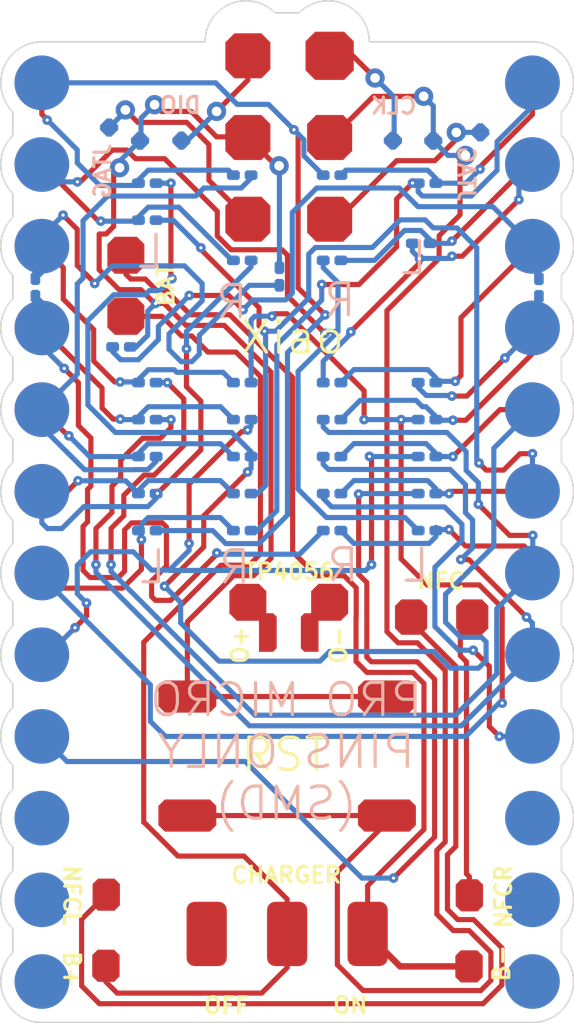
<source format=kicad_pcb>
(kicad_pcb (version 20240108) (generator "pcbnew") (generator_version "8.0")
  (layers (0 "F.Cu" signal) (31 "B.Cu" signal) (34 "B.Paste" user) (35 "F.Paste" user) (36 "B.SilkS" user "B.Silkscreen") (37 "F.SilkS" user "F.Silkscreen") (38 "B.Mask" user) (39 "F.Mask" user) (44 "Edge.Cuts" user))
  (net 0 "")
  (net 1 "GND")
  (net 2 "5V")
  (net 3 "3V")
  (net 4 "TX")
  (net 5 "RX")
  (net 6 "SDA")
  (net 7 "SCL")
  (net 8 "MISO")
  (net 9 "MOSI")
  (net 10 "SCLK")
  (net 11 "P9")
  (net 12 "P10")
  (net 13 "P18")
  (net 14 "P8")
  (net 15 "P7")
  (net 16 "P4")
  (net 17 "P5")
  (net 18 "P6")
  (net 19 "P21")
  (net 20 "P20")
  (net 21 "P19")
  (net 22 "R1")
  (net 23 "R2")
  (net 24 "R3")
  (net 25 "R4")
  (net 26 "R5")
  (net 27 "R6")
  (net 28 "R7")
  (net 29 "R8")
  (net 30 "R9")
  (net 31 "R10")
  (net 32 "R11")
  (net 33 "R12")
  (net 34 "R13")
  (net 35 "R14")
  (net 36 "R15")
  (net 37 "R18")
  (net 38 "RST")
  (net 39 "BAT+")
  (net 40 "BAT-")
  (net 41 "NFCL")
  (net 42 "NFCR")
  (net 43 "SWDIO")
  (net 44 "SWCLK")
  (net 45 "MTCK")
  (net 46 "MTMS")
  (footprint "" (layer "F.Cu") (at 167.84 79.93 90)
    (property "Reference" "")
    (property "Value" "")
  )
  (footprint "" (layer "F.Cu") (at 167.64 88.53)
    (property "Reference" "")
    (property "Value" "")
  )
  (footprint "" (layer "F.Cu") (at 154.39 100.74 90)
    (property "Reference" "")
    (property "Value" "")
  )
  (footprint "" (layer "F.Cu") (at 154.4 98.53 90)
    (property "Reference" "")
    (property "Value" "")
  )
  (footprint "" (layer "F.Cu") (at 164.09 84.91)
    (property "Reference" "")
    (property "Value" "")
  )
  (footprint "" (layer "F.Cu") (at 155.4 86.06)
    (property "Reference" "")
    (property "Value" "")
  )
  (footprint "" (layer "F.Cu") (at 158.15 82.61)
    (property "Reference" "")
    (property "Value" "")
  )
  (footprint "" (layer "F.Cu") (at 167.84 79.88 90)
    (property "Reference" "")
    (property "Value" "")
  )
  (footprint "" (layer "F.Cu") (at 156.92 96.07)
    (property "Reference" "")
    (property "Value" "")
  )
  (footprint "" (layer "F.Cu") (at 155.4 87.21)
    (property "Reference" "")
    (property "Value" "")
  )
  (footprint "" (layer "F.Cu") (at 158.15 78.81)
    (property "Reference" "")
    (property "Value" "")
  )
  (footprint "" (layer "F.Cu") (at 155.4 76.41)
    (property "Reference" "")
    (property "Value" "")
  )
  (footprint "" (layer "F.Cu") (at 152.4 80.91)
    (property "Reference" "")
    (property "Value" "")
  )
  (footprint "" (layer "F.Cu") (at 158.8 74.99)
    (property "Reference" "")
    (property "Value" "")
  )
  (footprint "" (layer "F.Cu") (at 155.65 87.21)
    (property "Reference" "")
    (property "Value" "")
  )
  (footprint "" (layer "F.Cu") (at 158.35 82.61)
    (property "Reference" "")
    (property "Value" "")
  )
  (footprint "" (layer "F.Cu") (at 158.35 86.06)
    (property "Reference" "")
    (property "Value" "")
  )
  (footprint "" (layer "F.Cu") (at 155.45 83.76)
    (property "Reference" "")
    (property "Value" "")
  )
  (footprint "" (layer "F.Cu") (at 163.89 76.41)
    (property "Reference" "")
    (property "Value" "")
  )
  (footprint "" (layer "F.Cu") (at 152.2 79.925 90)
    (property "Reference" "")
    (property "Value" "")
  )
  (footprint "" (layer "F.Cu") (at 167.64 78.375)
    (property "Reference" "")
    (property "Value" "")
  )
  (footprint "" (layer "F.Cu") (at 161.14 87.21)
    (property "Reference" "")
    (property "Value" "")
  )
  (footprint "" (layer "F.Cu") (at 163.87 89.9)
    (property "Reference" "")
    (property "Value" "")
  )
  (footprint "" (layer "F.Cu") (at 161.14 78.81)
    (property "Reference" "")
    (property "Value" "")
  )
  (footprint "" (layer "F.Cu") (at 160.94 78.81)
    (property "Reference" "")
    (property "Value" "")
  )
  (footprint "" (layer "F.Cu") (at 155.4 82.61)
    (property "Reference" "")
    (property "Value" "")
  )
  (footprint "" (layer "F.Cu") (at 161.34 74.99)
    (property "Reference" "")
    (property "Value" "")
  )
  (footprint "" (layer "F.Cu") (at 163.89 87.21)
    (property "Reference" "")
    (property "Value" "")
  )
  (footprint "" (layer "F.Cu") (at 158.15 76.16)
    (property "Reference" "")
    (property "Value" "")
  )
  (footprint "" (layer "F.Cu") (at 161.14 86.06)
    (property "Reference" "")
    (property "Value" "")
  )
  (footprint "" (layer "F.Cu") (at 155.45 86.06)
    (property "Reference" "")
    (property "Value" "")
  )
  (footprint "" (layer "F.Cu") (at 155.4 77.56)
    (property "Reference" "")
    (property "Value" "")
  )
  (footprint "" (layer "F.Cu") (at 163.91 78.28)
    (property "Reference" "")
    (property "Value" "")
  )
  (footprint "" (layer "F.Cu") (at 152.4 88.53)
    (property "Reference" "")
    (property "Value" "")
  )
  (footprint "" (layer "F.Cu") (at 154.4 81.5)
    (property "Reference" "")
    (property "Value" "")
  )
  (footprint "" (layer "F.Cu") (at 160.94 82.61)
    (property "Reference" "")
    (property "Value" "")
  )
  (footprint "" (layer "F.Cu") (at 163.12 92.37)
    (property "Reference" "")
    (property "Value" "")
  )
  (footprint "" (layer "F.Cu") (at 155.45 75.09)
    (property "Reference" "")
    (property "Value" "")
  )
  (footprint "" (layer "F.Cu") (at 164.09 76.41)
    (property "Reference" "")
    (property "Value" "")
  )
  (footprint "" (layer "F.Cu") (at 155.45 77.56)
    (property "Reference" "")
    (property "Value" "")
  )
  (footprint "" (layer "F.Cu") (at 159.42 90.38)
    (property "Reference" "")
    (property "Value" "")
  )
  (footprint "" (layer "F.Cu") (at 163.89 84.91)
    (property "Reference" "")
    (property "Value" "")
  )
  (footprint "" (layer "F.Cu") (at 160.94 86.06)
    (property "Reference" "")
    (property "Value" "")
  )
  (footprint "" (layer "F.Cu") (at 155.45 84.91)
    (property "Reference" "")
    (property "Value" "")
  )
  (footprint "" (layer "F.Cu") (at 158.35 78.81)
    (property "Reference" "")
    (property "Value" "")
  )
  (footprint "" (layer "F.Cu") (at 165.68 98.55)
    (property "Reference" "")
    (property "Value" "")
  )
  (footprint "" (layer "F.Cu") (at 167.64 80.915)
    (property "Reference" "")
    (property "Value" "")
  )
  (footprint "" (layer "F.Cu") (at 158.15 84.91)
    (property "Reference" "")
    (property "Value" "")
  )
  (footprint "" (layer "F.Cu") (at 161.34 72.45)
    (property "Reference" "")
    (property "Value" "")
  )
  (footprint "" (layer "F.Cu") (at 158.15 86.06)
    (property "Reference" "")
    (property "Value" "")
  )
  (footprint "" (layer "F.Cu") (at 164.09 82.61)
    (property "Reference" "")
    (property "Value" "")
  )
  (footprint "" (layer "F.Cu") (at 162.52 99.75)
    (property "Reference" "")
    (property "Value" "")
  )
  (footprint "" (layer "F.Cu") (at 158.35 84.91)
    (property "Reference" "")
    (property "Value" "")
  )
  (footprint "" (layer "F.Cu") (at 163.89 83.76)
    (property "Reference" "")
    (property "Value" "")
  )
  (footprint "" (layer "F.Cu") (at 167.64 83.45)
    (property "Reference" "")
    (property "Value" "")
  )
  (footprint "" (layer "F.Cu") (at 156.92 92.37)
    (property "Reference" "")
    (property "Value" "")
  )
  (footprint "" (layer "F.Cu") (at 159.78 79.535 90)
    (property "Reference" "")
    (property "Value" "")
  )
  (footprint "" (layer "F.Cu") (at 157.52 99.75)
    (property "Reference" "")
    (property "Value" "")
  )
  (footprint "" (layer "F.Cu") (at 161.14 83.76)
    (property "Reference" "")
    (property "Value" "")
  )
  (footprint "" (layer "F.Cu") (at 160.94 76.16)
    (property "Reference" "")
    (property "Value" "")
  )
  (footprint "" (layer "F.Cu") (at 165.77 89.9)
    (property "Reference" "")
    (property "Value" "")
  )
  (footprint "" (layer "F.Cu") (at 161.19 87.21)
    (property "Reference" "")
    (property "Value" "")
  )
  (footprint "" (layer "F.Cu") (at 154.6 81.5)
    (property "Reference" "")
    (property "Value" "")
  )
  (footprint "" (layer "F.Cu") (at 155.45 82.61)
    (property "Reference" "")
    (property "Value" "")
  )
  (footprint "" (layer "F.Cu") (at 158.8 72.45)
    (property "Reference" "")
    (property "Value" "")
  )
  (footprint "" (layer "F.Cu") (at 158.15 83.76)
    (property "Reference" "")
    (property "Value" "")
  )
  (footprint "" (layer "F.Cu") (at 158.8 77.53)
    (property "Reference" "")
    (property "Value" "")
  )
  (footprint "" (layer "F.Cu") (at 165.67 100.76 90)
    (property "Reference" "")
    (property "Value" "")
  )
  (footprint "" (layer "F.Cu") (at 152.4 73.29)
    (property "Reference" "")
    (property "Value" "")
  )
  (footprint "" (layer "F.Cu") (at 161.14 84.91)
    (property "Reference" "")
    (property "Value" "")
  )
  (footprint "" (layer "F.Cu") (at 158.35 83.76)
    (property "Reference" "")
    (property "Value" "")
  )
  (footprint "" (layer "F.Cu") (at 164.09 83.76)
    (property "Reference" "")
    (property "Value" "")
  )
  (footprint "" (layer "F.Cu") (at 159.78 79.585 90)
    (property "Reference" "")
    (property "Value" "")
  )
  (footprint "" (layer "F.Cu") (at 163.12 96.07)
    (property "Reference" "")
    (property "Value" "")
  )
  (footprint "" (layer "F.Cu") (at 164.09 87.21)
    (property "Reference" "")
    (property "Value" "")
  )
  (footprint "" (layer "F.Cu") (at 161.14 82.61)
    (property "Reference" "")
    (property "Value" "")
  )
  (footprint "" (layer "F.Cu") (at 155.01 78.65)
    (property "Reference" "")
    (property "Value" "")
  )
  (footprint "" (layer "F.Cu") (at 167.64 75.83)
    (property "Reference" "")
    (property "Value" "")
  )
  (footprint "" (layer "F.Cu") (at 164.56 75.09)
    (property "Reference" "")
    (property "Value" "")
  )
  (footprint "" (layer "F.Cu") (at 160.94 84.91)
    (property "Reference" "")
    (property "Value" "")
  )
  (footprint "" (layer "F.Cu") (at 158.15 87.21)
    (property "Reference" "")
    (property "Value" "")
  )
  (footprint "" (layer "F.Cu") (at 164.09 86.06)
    (property "Reference" "")
    (property "Value" "")
  )
  (footprint "" (layer "F.Cu") (at 163.89 82.61)
    (property "Reference" "")
    (property "Value" "")
  )
  (footprint "" (layer "F.Cu") (at 167.64 80.91)
    (property "Reference" "")
    (property "Value" "")
  )
  (footprint "" (layer "F.Cu") (at 155.01 80.55)
    (property "Reference" "")
    (property "Value" "")
  )
  (footprint "" (layer "F.Cu") (at 152.4 83.45)
    (property "Reference" "")
    (property "Value" "")
  )
  (footprint "" (layer "F.Cu") (at 158.8 89.44)
    (property "Reference" "")
    (property "Value" "")
  )
  (footprint "" (layer "F.Cu") (at 167.64 73.29)
    (property "Reference" "")
    (property "Value" "")
  )
  (footprint "" (layer "F.Cu") (at 155.4 83.76)
    (property "Reference" "")
    (property "Value" "")
  )
  (footprint "" (layer "F.Cu") (at 163.71 78.28)
    (property "Reference" "")
    (property "Value" "")
  )
  (footprint "" (layer "F.Cu") (at 160.72 90.38)
    (property "Reference" "")
    (property "Value" "")
  )
  (footprint "" (layer "F.Cu") (at 152.2 79.875 90)
    (property "Reference" "")
    (property "Value" "")
  )
  (footprint "" (layer "F.Cu") (at 158.35 76.16)
    (property "Reference" "")
    (property "Value" "")
  )
  (footprint "" (layer "F.Cu") (at 166.02 74.83)
    (property "Reference" "")
    (property "Value" "")
  )
  (footprint "" (layer "F.Cu") (at 167.64 78.37)
    (property "Reference" "")
    (property "Value" "")
  )
  (footprint "" (layer "F.Cu") (at 167.64 85.99)
    (property "Reference" "")
    (property "Value" "")
  )
  (footprint "" (layer "F.Cu") (at 161.14 76.16)
    (property "Reference" "")
    (property "Value" "")
  )
  (footprint "" (layer "F.Cu") (at 154.49 74.68)
    (property "Reference" "")
    (property "Value" "")
  )
  (footprint "" (layer "F.Cu") (at 161.34 89.44)
    (property "Reference" "")
    (property "Value" "")
  )
  (footprint "" (layer "F.Cu") (at 155.4 84.91)
    (property "Reference" "")
    (property "Value" "")
  )
  (footprint "" (layer "F.Cu") (at 155.45 76.41)
    (property "Reference" "")
    (property "Value" "")
  )
  (footprint "" (layer "F.Cu") (at 161.34 77.53)
    (property "Reference" "")
    (property "Value" "")
  )
  (footprint "" (layer "F.Cu") (at 152.4 85.99)
    (property "Reference" "")
    (property "Value" "")
  )
  (footprint "" (layer "F.Cu") (at 160.02 99.75)
    (property "Reference" "")
    (property "Value" "")
  )
  (footprint "" (layer "F.Cu") (at 160.94 83.76)
    (property "Reference" "")
    (property "Value" "")
  )
  (footprint "" (layer "F.Cu") (at 163.89 86.06)
    (property "Reference" "")
    (property "Value" "")
  )
  (footprint "" (layer "F.Cu") (at 158.35 87.21)
    (property "Reference" "")
    (property "Value" "")
  )
  (footprint "" (layer "F.Cu") (at 152.4 78.37)
    (property "Reference" "")
    (property "Value" "")
  )
  (footprint "" (layer "F.Cu") (at 152.4 75.83)
    (property "Reference" "")
    (property "Value" "")
  )
  (footprint "" (layer "B.Cu") (at 152.4 91.07 180)
    (property "Reference" "")
    (property "Value" "")
  )
  (footprint "" (layer "B.Cu") (at 167.64 80.91 180)
    (property "Reference" "")
    (property "Value" "")
  )
  (footprint "" (layer "B.Cu") (at 152.4 80.91 180)
    (property "Reference" "")
    (property "Value" "")
  )
  (footprint "" (layer "B.Cu") (at 167.64 93.61 180)
    (property "Reference" "")
    (property "Value" "")
  )
  (footprint "" (layer "B.Cu") (at 152.4 83.45 180)
    (property "Reference" "")
    (property "Value" "")
  )
  (footprint "" (layer "B.Cu") (at 152.4 96.15 180)
    (property "Reference" "")
    (property "Value" "")
  )
  (footprint "" (layer "B.Cu") (at 167.64 75.83 180)
    (property "Reference" "")
    (property "Value" "")
  )
  (footprint "" (layer "B.Cu") (at 152.4 101.23 180)
    (property "Reference" "")
    (property "Value" "")
  )
  (footprint "" (layer "B.Cu") (at 152.4 93.61 180)
    (property "Reference" "")
    (property "Value" "")
  )
  (footprint "" (layer "B.Cu") (at 167.64 85.99 180)
    (property "Reference" "")
    (property "Value" "")
  )
  (footprint "" (layer "B.Cu") (at 152.4 78.37 180)
    (property "Reference" "")
    (property "Value" "")
  )
  (footprint "" (layer "B.Cu") (at 156.736052 75.086052 -135)
    (property "Reference" "")
    (property "Value" "")
  )
  (footprint "" (layer "B.Cu") (at 167.64 98.69 180)
    (property "Reference" "")
    (property "Value" "")
  )
  (footprint "" (layer "B.Cu") (at 152.4 75.83 180)
    (property "Reference" "")
    (property "Value" "")
  )
  (footprint "" (layer "B.Cu") (at 152.4 85.99 180)
    (property "Reference" "")
    (property "Value" "")
  )
  (footprint "" (layer "B.Cu") (at 152.4 73.29 180)
    (property "Reference" "")
    (property "Value" "")
  )
  (footprint "" (layer "B.Cu") (at 167.64 101.23 180)
    (property "Reference" "")
    (property "Value" "")
  )
  (footprint "" (layer "B.Cu") (at 167.64 73.29 180)
    (property "Reference" "")
    (property "Value" "")
  )
  (footprint "" (layer "B.Cu") (at 167.64 83.45 180)
    (property "Reference" "")
    (property "Value" "")
  )
  (footprint "" (layer "B.Cu") (at 152.4 98.69 180)
    (property "Reference" "")
    (property "Value" "")
  )
  (footprint "" (layer "B.Cu") (at 167.64 78.37 180)
    (property "Reference" "")
    (property "Value" "")
  )
  (footprint "" (layer "B.Cu") (at 167.64 91.07 180)
    (property "Reference" "")
    (property "Value" "")
  )
  (footprint "" (layer "B.Cu") (at 167.64 96.15 180)
    (property "Reference" "")
    (property "Value" "")
  )
  (footprint "" (layer "B.Cu") (at 152.4 88.53 180)
    (property "Reference" "")
    (property "Value" "")
  )
  (footprint "" (layer "B.Cu") (at 167.64 88.53 180)
    (property "Reference" "")
    (property "Value" "")
  )
  (footprint "" (layer "B.Cu") (at 163.303948 75.086052 -135)
    (property "Reference" "")
    (property "Value" "")
  )
  (gr_arc (start 157.47 72.015) (mid 157.843439 71.113439) (end 158.745 70.74) (stroke (width 0.05)) (layer "Edge.Cuts"))
  (gr_line (start 168.541561 100.328439) (end 168.541561 99.591561) (stroke (width 0.05)) (layer "Edge.Cuts"))
  (gr_arc (start 151.498439 99.591561) (mid 151.222054 99.177921) (end 151.125 98.69) (stroke (width 0.05)) (layer "Edge.Cuts"))
  (gr_arc (start 168.541561 74.938439) (mid 168.817946 75.352079) (end 168.915 75.84) (stroke (width 0.05)) (layer "Edge.Cuts"))
  (gr_arc (start 151.125 91.07) (mid 151.222054 90.582079) (end 151.498439 90.168439) (stroke (width 0.05)) (layer "Edge.Cuts"))
  (gr_line (start 159.646561 71.113439) (end 160.393439 71.113439) (stroke (width 0.05)) (layer "Edge.Cuts"))
  (gr_line (start 167.64 102.505) (end 152.399999 102.505) (stroke (width 0.05)) (layer "Edge.Cuts"))
  (gr_line (start 168.541561 74.938439) (end 168.541561 74.19156) (stroke (width 0.05)) (layer "Edge.Cuts"))
  (gr_arc (start 151.125 93.61) (mid 151.222054 93.122079) (end 151.498439 92.708439) (stroke (width 0.05)) (layer "Edge.Cuts"))
  (gr_line (start 151.498439 82.548439) (end 151.498439 81.811561) (stroke (width 0.05)) (layer "Edge.Cuts"))
  (gr_arc (start 168.541561 87.628439) (mid 168.817946 88.042079) (end 168.915 88.53) (stroke (width 0.05)) (layer "Edge.Cuts"))
  (gr_line (start 168.541561 97.788439) (end 168.541561 97.051561) (stroke (width 0.05)) (layer "Edge.Cuts"))
  (gr_arc (start 151.125 78.37) (mid 151.222054 77.882079) (end 151.498439 77.468439) (stroke (width 0.05)) (layer "Edge.Cuts"))
  (gr_line (start 168.541561 95.248439) (end 168.541561 94.511561) (stroke (width 0.05)) (layer "Edge.Cuts"))
  (gr_line (start 151.498439 95.248439) (end 151.498439 94.511561) (stroke (width 0.05)) (layer "Edge.Cuts"))
  (gr_arc (start 168.541561 77.468439) (mid 168.817946 77.882079) (end 168.915 78.37) (stroke (width 0.05)) (layer "Edge.Cuts"))
  (gr_arc (start 168.915 75.84) (mid 168.817946 76.327921) (end 168.541561 76.741561) (stroke (width 0.05)) (layer "Edge.Cuts"))
  (gr_line (start 168.541561 77.468439) (end 168.541561 76.741561) (stroke (width 0.05)) (layer "Edge.Cuts"))
  (gr_arc (start 151.498439 91.971561) (mid 151.222054 91.557921) (end 151.125 91.07) (stroke (width 0.05)) (layer "Edge.Cuts"))
  (gr_arc (start 152.399999 102.504998) (mid 151.222054 101.71792) (end 151.498439 100.328439) (stroke (width 0.05)) (layer "Edge.Cuts"))
  (gr_line (start 168.541561 87.628439) (end 168.541561 86.891561) (stroke (width 0.05)) (layer "Edge.Cuts"))
  (gr_arc (start 168.915 93.61) (mid 168.817946 94.097921) (end 168.541561 94.511561) (stroke (width 0.05)) (layer "Edge.Cuts"))
  (gr_arc (start 168.541561 85.088439) (mid 168.817946 85.502079) (end 168.915 85.99) (stroke (width 0.05)) (layer "Edge.Cuts"))
  (gr_arc (start 168.54156 100.328441) (mid 168.817945 101.717922) (end 167.64 102.505) (stroke (width 0.05)) (layer "Edge.Cuts"))
  (gr_arc (start 151.498439 97.051561) (mid 151.222054 96.637921) (end 151.125 96.15) (stroke (width 0.05)) (layer "Edge.Cuts"))
  (gr_arc (start 168.915 88.53) (mid 168.817946 89.017921) (end 168.541561 89.431561) (stroke (width 0.05)) (layer "Edge.Cuts"))
  (gr_arc (start 151.125 85.99) (mid 151.222054 85.502079) (end 151.498439 85.088439) (stroke (width 0.05)) (layer "Edge.Cuts"))
  (gr_line (start 151.498439 100.328439) (end 151.498439 99.591561) (stroke (width 0.05)) (layer "Edge.Cuts"))
  (gr_arc (start 151.498439 86.891561) (mid 151.222054 86.477921) (end 151.125 85.99) (stroke (width 0.05)) (layer "Edge.Cuts"))
  (gr_arc (start 151.498439 89.431561) (mid 151.222054 89.017921) (end 151.125 88.53) (stroke (width 0.05)) (layer "Edge.Cuts"))
  (gr_arc (start 168.915 98.69) (mid 168.817946 99.177921) (end 168.541561 99.591561) (stroke (width 0.05)) (layer "Edge.Cuts"))
  (gr_arc (start 151.125 98.69) (mid 151.222054 98.202079) (end 151.498439 97.788439) (stroke (width 0.05)) (layer "Edge.Cuts"))
  (gr_arc (start 168.541561 95.248439) (mid 168.817946 95.662079) (end 168.915 96.15) (stroke (width 0.05)) (layer "Edge.Cuts"))
  (gr_arc (start 151.498439 81.811561) (mid 151.222054 81.397921) (end 151.125 80.91) (stroke (width 0.05)) (layer "Edge.Cuts"))
  (gr_arc (start 151.498439 94.511561) (mid 151.222054 94.097921) (end 151.125 93.61) (stroke (width 0.05)) (layer "Edge.Cuts"))
  (gr_arc (start 167.64 72.015) (mid 168.817945 72.802078) (end 168.54156 74.191559) (stroke (width 0.05)) (layer "Edge.Cuts"))
  (gr_arc (start 151.125 88.53) (mid 151.222054 88.042079) (end 151.498439 87.628439) (stroke (width 0.05)) (layer "Edge.Cuts"))
  (gr_arc (start 168.541561 97.788439) (mid 168.817946 98.202079) (end 168.915 98.69) (stroke (width 0.05)) (layer "Edge.Cuts"))
  (gr_arc (start 160.393439 71.113439) (mid 161.78292 70.837054) (end 162.569998 72.014999) (stroke (width 0.05)) (layer "Edge.Cuts"))
  (gr_line (start 168.541561 92.708439) (end 168.541561 91.971561) (stroke (width 0.05)) (layer "Edge.Cuts"))
  (gr_arc (start 151.125 83.45) (mid 151.222054 82.962079) (end 151.498439 82.548439) (stroke (width 0.05)) (layer "Edge.Cuts"))
  (gr_arc (start 168.915 83.45) (mid 168.817946 83.937921) (end 168.541561 84.351561) (stroke (width 0.05)) (layer "Edge.Cuts"))
  (gr_arc (start 158.745 70.74) (mid 159.232921 70.837054) (end 159.646561 71.113439) (stroke (width 0.05)) (layer "Edge.Cuts"))
  (gr_line (start 151.498439 87.628439) (end 151.498439 86.891561) (stroke (width 0.05)) (layer "Edge.Cuts"))
  (gr_line (start 168.541561 85.088439) (end 168.541561 84.351561) (stroke (width 0.05)) (layer "Edge.Cuts"))
  (gr_line (start 151.498439 77.468439) (end 151.498439 76.731561) (stroke (width 0.05)) (layer "Edge.Cuts"))
  (gr_arc (start 151.498439 79.271561) (mid 151.222054 78.857921) (end 151.125 78.37) (stroke (width 0.05)) (layer "Edge.Cuts"))
  (gr_line (start 151.498439 92.708439) (end 151.498439 91.971561) (stroke (width 0.05)) (layer "Edge.Cuts"))
  (gr_arc (start 168.541561 92.708439) (mid 168.817946 93.122079) (end 168.915 93.61) (stroke (width 0.05)) (layer "Edge.Cuts"))
  (gr_line (start 151.498439 97.788439) (end 151.498439 97.051561) (stroke (width 0.05)) (layer "Edge.Cuts"))
  (gr_arc (start 168.915 85.99) (mid 168.817946 86.477921) (end 168.541561 86.891561) (stroke (width 0.05)) (layer "Edge.Cuts"))
  (gr_arc (start 151.125 80.91) (mid 151.222054 80.422079) (end 151.498439 80.008439) (stroke (width 0.05)) (layer "Edge.Cuts"))
  (gr_arc (start 168.915 80.92) (mid 168.817946 81.407921) (end 168.541561 81.821561) (stroke (width 0.05)) (layer "Edge.Cuts"))
  (gr_line (start 151.498439 80.008439) (end 151.498439 79.271561) (stroke (width 0.05)) (layer "Edge.Cuts"))
  (gr_line (start 151.498439 85.088439) (end 151.498439 84.351561) (stroke (width 0.05)) (layer "Edge.Cuts"))
  (gr_arc (start 151.49844 74.191559) (mid 151.222055 72.802078) (end 152.4 72.015) (stroke (width 0.05)) (layer "Edge.Cuts"))
  (gr_arc (start 168.915 96.15) (mid 168.817946 96.637921) (end 168.541561 97.051561) (stroke (width 0.05)) (layer "Edge.Cuts"))
  (gr_arc (start 151.498439 76.731561) (mid 151.222054 76.317921) (end 151.125 75.83) (stroke (width 0.05)) (layer "Edge.Cuts"))
  (gr_arc (start 151.125 96.15) (mid 151.222054 95.662079) (end 151.498439 95.248439) (stroke (width 0.05)) (layer "Edge.Cuts"))
  (gr_arc (start 168.541561 90.168439) (mid 168.817946 90.582079) (end 168.915 91.07) (stroke (width 0.05)) (layer "Edge.Cuts"))
  (gr_arc (start 168.915 91.07) (mid 168.817946 91.557921) (end 168.541561 91.971561) (stroke (width 0.05)) (layer "Edge.Cuts"))
  (gr_arc (start 168.541561 82.548439) (mid 168.817946 82.962079) (end 168.915 83.45) (stroke (width 0.05)) (layer "Edge.Cuts"))
  (gr_arc (start 168.915 78.37) (mid 168.817946 78.857921) (end 168.541561 79.271561) (stroke (width 0.05)) (layer "Edge.Cuts"))
  (gr_arc (start 151.125 75.83) (mid 151.222054 75.342079) (end 151.498439 74.928439) (stroke (width 0.05)) (layer "Edge.Cuts"))
  (gr_line (start 151.498439 74.928439) (end 151.498439 74.191561) (stroke (width 0.05)) (layer "Edge.Cuts"))
  (gr_line (start 162.57 72.015) (end 167.64 72.015) (stroke (width 0.05)) (layer "Edge.Cuts"))
  (gr_line (start 151.498439 90.168439) (end 151.498439 89.431561) (stroke (width 0.05)) (layer "Edge.Cuts"))
  (gr_arc (start 168.541561 80.018439) (mid 168.817946 80.432079) (end 168.915 80.92) (stroke (width 0.05)) (layer "Edge.Cuts"))
  (gr_line (start 157.47 72.015) (end 152.4 72.015) (stroke (width 0.05)) (layer "Edge.Cuts"))
  (gr_line (start 168.541561 90.168439) (end 168.541561 89.431561) (stroke (width 0.05)) (layer "Edge.Cuts"))
  (gr_arc (start 151.498439 84.351561) (mid 151.222054 83.937921) (end 151.125 83.45) (stroke (width 0.05)) (layer "Edge.Cuts"))
  (gr_line (start 168.541561 80.018439) (end 168.541561 79.271561) (stroke (width 0.05)) (layer "Edge.Cuts"))
  (gr_line (start 168.541561 82.548439) (end 168.541561 81.821561) (stroke (width 0.05)) (layer "Edge.Cuts"))
  (gr_text "JTAG" (at 165.29 76.13 -90) (layer "B.SilkS") (effects (font (size 0.5 0.5) (thickness 0.1)) (justify bottom mirror)))
  (gr_text "DIO" (at 156.7 74.28 0) (layer "B.SilkS") (effects (font (size 0.5 0.5) (thickness 0.1)) (justify bottom mirror)))
  (gr_text "R" (at 158.3 80.69 0) (layer "B.SilkS") (effects (font (size 1 1) (thickness 0.1)) (justify bottom mirror)))
  (gr_text "CLK" (at 163.33 74.3 0) (layer "B.SilkS") (effects (font (size 0.5 0.5) (thickness 0.1)) (justify bottom mirror)))
  (gr_text "R" (at 158.39 88.93 0) (layer "B.SilkS") (effects (font (size 1 1) (thickness 0.1)) (justify bottom mirror)))
  (gr_text "L" (at 164.03 88.88 0) (layer "B.SilkS") (effects (font (size 1 1) (thickness 0.1)) (justify bottom mirror)))
  (gr_text "L" (at 155.85 88.93 0) (layer "B.SilkS") (effects (font (size 1 1) (thickness 0.1)) (justify bottom mirror)))
  (gr_text "L" (at 155.78 79.12 0) (layer "B.SilkS") (effects (font (size 1 1) (thickness 0.1)) (justify bottom mirror)))
  (gr_text "L" (at 163.96 79.32 0) (layer "B.SilkS") (effects (font (size 1 1) (thickness 0.1)) (justify bottom mirror)))
  (gr_text "PRO MICRO\nPINS ONLY\n(SMD)" (at 159.99 96.28 0) (layer "B.SilkS") (effects (font (size 1 1) (thickness 0.1)) (justify bottom mirror)))
  (gr_text "JTAG" (at 154.58 76.03 90) (layer "B.SilkS") (effects (font (size 0.5 0.5) (thickness 0.1)) (justify bottom mirror)))
  (gr_text "R" (at 161.75 88.87 0) (layer "B.SilkS") (effects (font (size 1 1) (thickness 0.1)) (justify bottom mirror)))
  (gr_text "R" (at 161.66 80.63 0) (layer "B.SilkS") (effects (font (size 1 1) (thickness 0.1)) (justify bottom mirror)))
  (gr_text "ON" (at 161.98 102.27 0) (layer "F.SilkS") (effects (font (size 0.5 0.5) (thickness 0.1)) (justify bottom)))
  (gr_text "O-" (at 161.91 90.77 90) (layer "F.SilkS") (effects (font (size 0.5 0.5) (thickness 0.1)) (justify bottom)))
  (gr_text "O+" (at 158.85 90.77 90) (layer "F.SilkS") (effects (font (size 0.5 0.5) (thickness 0.1)) (justify bottom)))
  (gr_text "RST" (at 159.95 94.76 0) (layer "F.SilkS") (effects (font (size 1 1) (thickness 0.1)) (justify bottom)))
  (gr_text "NFCL" (at 153.04 98.55 270) (layer "F.SilkS") (effects (font (size 0.5 0.5) (thickness 0.1)) (justify bottom)))
  (gr_text "B-" (at 166.97 100.66 90) (layer "F.SilkS") (effects (font (size 0.5 0.5) (thickness 0.1)) (justify bottom)))
  (gr_text "B+" (at 153.04 100.85 -90) (layer "F.SilkS") (effects (font (size 0.5 0.5) (thickness 0.1)) (justify bottom)))
  (gr_text "NFC" (at 164.8 89.07 0) (layer "F.SilkS") (effects (font (size 0.5 0.5) (thickness 0.1)) (justify bottom)))
  (gr_text "TP4056" (at 160.09 88.78 0) (layer "F.SilkS") (effects (font (size 0.5 0.5) (thickness 0.1)) (justify bottom)))
  (gr_text "Xiao" (at 158.5 81.79 0) (layer "F.SilkS") (effects (font (size 1 1) (thickness 0.1)) (justify left bottom)))
  (gr_text "CHARGER" (at 159.99 98.21 0) (layer "F.SilkS") (effects (font (size 0.5 0.5) (thickness 0.1)) (justify bottom)))
  (gr_text "OFF" (at 158.14 102.27 0) (layer "F.SilkS") (effects (font (size 0.5 0.5) (thickness 0.1)) (justify bottom)))
  (gr_text "BAT" (at 156.54 79.58 90) (layer "F.SilkS") (effects (font (size 0.5 0.5) (thickness 0.1)) (justify bottom)))
  (gr_text "NFCR" (at 167.03 98.59 90) (layer "F.SilkS") (effects (font (size 0.5 0.5) (thickness 0.1)) (justify bottom)))
  (segment (start 154.77331 88.67) (end 154.97 88.47331) (width 0.16) (layer "F.Cu") (net 1))
  (segment (start 153.82 86.93993) (end 153.68 87.07993) (width 0.16) (layer "F.Cu") (net 1))
  (segment (start 155.81 88.774314) (end 155.81 89.26) (width 0.16) (layer "F.Cu") (net 1))
  (segment (start 153.68 88.45) (end 153.9 88.67) (width 0.16) (layer "F.Cu") (net 1))
  (segment (start 165.461081 78.68) (end 165.14 78.68) (width 0.16) (layer "F.Cu") (net 1))
  (segment (start 167.219323 76.921758) (end 165.461081 78.68) (width 0.16) (layer "F.Cu") (net 1))
  (segment (start 155.81 89.26) (end 155.93 89.38) (width 0.16) (layer "F.Cu") (net 1))
  (segment (start 164.13 78.89331) (end 164.13 78.75) (width 0.16) (layer "F.Cu") (net 1))
  (segment (start 153.5 77.844346) (end 153.05867 77.403016) (width 0.16) (layer "F.Cu") (net 1))
  (segment (start 153.923199 85.82808) (end 153.82 85.931279) (width 0.16) (layer "F.Cu") (net 1))
  (segment (start 154.97 88.47331) (end 154.97 87.19) (width 0.16) (layer "F.Cu") (net 1))
  (segment (start 153.5 78.97) (end 153.5 77.844346) (width 0.16) (layer "F.Cu") (net 1))
  (segment (start 153.094063 82.169749) (end 153.535 82.610686) (width 0.16) (layer "F.Cu") (net 1))
  (segment (start 156.27 88.314314) (end 155.81 88.774314) (width 0.16) (layer "F.Cu") (net 1))
  (segment (start 161.999824 81.023486) (end 164.13 78.89331) (width 0.16) (layer "F.Cu") (net 1))
  (segment (start 157.836164 87.943836) (end 157.836164 87.905206) (width 0.16) (layer "F.Cu") (net 1))
  (segment (start 156.14 86.97) (end 156.27 87.1) (width 0.16) (layer "F.Cu") (net 1))
  (segment (start 154.042591 79.528901) (end 154.042591 79.512591) (width 0.16) (layer "F.Cu") (net 1))
  (segment (start 153.9 88.67) (end 154.77331 88.67) (width 0.16) (layer "F.Cu") (net 1))
  (segment (start 156.4 89.38) (end 157.836164 87.943836) (width 0.16) (layer "F.Cu") (net 1))
  (segment (start 153.68 87.07993) (end 153.68 88.45) (width 0.16) (layer "F.Cu") (net 1))
  (segment (start 156.27 87.1) (end 156.27 88.314314) (width 0.16) (layer "F.Cu") (net 1))
  (segment (start 153.535 82.610686) (end 153.535 83.945) (width 0.16) (layer "F.Cu") (net 1))
  (segment (start 153.923199 84.333199) (end 153.923199 85.82808) (width 0.16) (layer "F.Cu") (net 1))
  (segment (start 161.999824 81.031898) (end 161.999824 81.023486) (width 0.16) (layer "F.Cu") (net 1))
  (segment (start 153.535 83.945) (end 153.923199 84.333199) (width 0.16) (layer "F.Cu") (net 1))
  (segment (start 155.19 86.97) (end 156.14 86.97) (width 0.16) (layer "F.Cu") (net 1))
  (segment (start 155.93 89.38) (end 156.4 89.38) (width 0.16) (layer "F.Cu") (net 1))
  (segment (start 154.042591 79.512591) (end 153.5 78.97) (width 0.16) (layer "F.Cu") (net 1))
  (segment (start 154.97 87.19) (end 155.19 86.97) (width 0.16) (layer "F.Cu") (net 1))
  (segment (start 153.82 85.931279) (end 153.82 86.93993) (width 0.16) (layer "F.Cu") (net 1))
  (via micro (at 164.13 78.75) (size 0.3) (drill 0.1) (layers "F.Cu" "B.Cu") (net 1))
  (via micro (at 167.219323 76.921758) (size 0.3) (drill 0.1) (layers "F.Cu" "B.Cu") (net 1))
  (via micro (at 161.999824 81.031898) (size 0.3) (drill 0.1) (layers "F.Cu" "B.Cu") (net 1))
  (via micro (at 153.05867 77.403016) (size 0.3) (drill 0.1) (layers "F.Cu" "B.Cu") (net 1))
  (via micro (at 157.836164 87.905206) (size 0.3) (drill 0.1) (layers "F.Cu" "B.Cu") (net 1))
  (via micro (at 153.094063 82.169749) (size 0.3) (drill 0.1) (layers "F.Cu" "B.Cu") (net 1))
  (via micro (at 165.14 78.68) (size 0.3) (drill 0.1) (layers "F.Cu" "B.Cu") (net 1))
  (via micro (at 154.042591 79.528901) (size 0.3) (drill 0.1) (layers "F.Cu" "B.Cu") (net 1))
  (segment (start 157.379533 79.529533) (end 157.379533 80.066153) (width 0.16) (layer "B.Cu") (net 1))
  (segment (start 152.4 78.37) (end 152.4 78.061686) (width 0.16) (layer "B.Cu") (net 1))
  (segment (start 163.91 78.53) (end 163.91 78.28) (width 0.16) (layer "B.Cu") (net 1))
  (segment (start 156.35 81.583064) (end 156.726936 81.96) (width 0.16) (layer "B.Cu") (net 1))
  (segment (start 158.845 79.585) (end 159.78 79.585) (width 0.16) (layer "B.Cu") (net 1))
  (segment (start 152.4 79.175) (end 152.2 79.375) (width 0.16) (layer "B.Cu") (net 1))
  (segment (start 152.4 81.475686) (end 153.094063 82.169749) (width 0.16) (layer "B.Cu") (net 1))
  (segment (start 154.042591 79.528901) (end 154.591492 78.98) (width 0.16) (layer "B.Cu") (net 1))
  (segment (start 157.379533 80.066153) (end 156.35 81.095686) (width 0.16) (layer "B.Cu") (net 1))
  (segment (start 156.35 81.095686) (end 156.35 81.583064) (width 0.16) (layer "B.Cu") (net 1))
  (segment (start 161.999824 81.031898) (end 161.93 81.101722) (width 0.16) (layer "B.Cu") (net 1))
  (segment (start 167.219323 76.921758) (end 167.219323 76.700677) (width 0.16) (layer "B.Cu") (net 1))
  (segment (start 167.219323 76.700677) (end 167.22 76.7) (width 0.16) (layer "B.Cu") (net 1))
  (segment (start 161.14 81.94669) (end 161.14 82.61) (width 0.16) (layer "B.Cu") (net 1))
  (segment (start 156.83 78.98) (end 157.379533 79.529533) (width 0.16) (layer "B.Cu") (net 1))
  (segment (start 152.4 78.37) (end 152.4 79.175) (width 0.16) (layer "B.Cu") (net 1))
  (segment (start 157.836164 87.905206) (end 157.875958 87.945) (width 0.16) (layer "B.Cu") (net 1))
  (segment (start 152.4 80.91) (end 152.4 80.125) (width 0.16) (layer "B.Cu") (net 1))
  (segment (start 160.405 87.945) (end 161.14 87.21) (width 0.16) (layer "B.Cu") (net 1))
  (segment (start 161.93 81.15669) (end 161.14 81.94669) (width 0.16) (layer "B.Cu") (net 1))
  (segment (start 152.4 80.91) (end 152.4 81.475686) (width 0.16) (layer "B.Cu") (net 1))
  (segment (start 165.07 78.75) (end 164.13 78.75) (width 0.16) (layer "B.Cu") (net 1))
  (segment (start 152.4 78.061686) (end 153.05867 77.403016) (width 0.16) (layer "B.Cu") (net 1))
  (segment (start 157.292622 81.725686) (end 157.292622 81.137378) (width 0.16) (layer "B.Cu") (net 1))
  (segment (start 167.22 76.25) (end 167.64 75.83) (width 0.16) (layer "B.Cu") (net 1))
  (segment (start 157.292622 81.137378) (end 158.845 79.585) (width 0.16) (layer "B.Cu") (net 1))
  (segment (start 165.14 78.68) (end 165.07 78.75) (width 0.16) (layer "B.Cu") (net 1))
  (segment (start 167.22 76.7) (end 167.22 76.25) (width 0.16) (layer "B.Cu") (net 1))
  (segment (start 154.591492 78.98) (end 156.83 78.98) (width 0.16) (layer "B.Cu") (net 1))
  (segment (start 156.726936 81.96) (end 157.058308 81.96) (width 0.16) (layer "B.Cu") (net 1))
  (segment (start 164.13 78.75) (end 163.91 78.53) (width 0.16) (layer "B.Cu") (net 1))
  (segment (start 152.4 80.125) (end 152.2 79.925) (width 0.16) (layer "B.Cu") (net 1))
  (segment (start 157.058308 81.96) (end 157.292622 81.725686) (width 0.16) (layer "B.Cu") (net 1))
  (segment (start 161.93 81.101722) (end 161.93 81.15669) (width 0.16) (layer "B.Cu") (net 1))
  (segment (start 157.875958 87.945) (end 160.405 87.945) (width 0.16) (layer "B.Cu") (net 1))
  (segment (start 161.093894 79.55958) (end 162.25042 79.55958) (width 0.16) (layer "F.Cu") (net 2))
  (segment (start 162.25042 79.55958) (end 163.42 78.39) (width 0.16) (layer "F.Cu") (net 2))
  (segment (start 163.42 78.39) (end 163.42 76.898994) (width 0.16) (layer "F.Cu") (net 2))
  (segment (start 163.42 76.898994) (end 163.913995 76.404999) (width 0.16) (layer "F.Cu") (net 2))
  (via micro (at 163.913995 76.404999) (size 0.3) (drill 0.1) (layers "F.Cu" "B.Cu") (net 2))
  (via micro (at 161.093894 79.55958) (size 0.3) (drill 0.1) (layers "F.Cu" "B.Cu") (net 2))
  (segment (start 165.74 76.81) (end 166.54 76.01) (width 0.16) (layer "B.Cu") (net 2))
  (segment (start 166.54 75.12) (end 167.64 74.02) (width 0.16) (layer "B.Cu") (net 2))
  (segment (start 160.739962 80.399961) (end 161.093894 80.046029) (width 0.16) (layer "B.Cu") (net 2))
  (segment (start 159.7 81.869368) (end 159.7 81.439923) (width 0.16) (layer "B.Cu") (net 2))
  (segment (start 158.9 87.21) (end 159.083936 87.21) (width 0.16) (layer "B.Cu") (net 2))
  (segment (start 159.7 86.593936) (end 159.7 86.12) (width 0.16) (layer "B.Cu") (net 2))
  (segment (start 164.09 76.41) (end 164.09 76.68) (width 0.16) (layer "B.Cu") (net 2))
  (segment (start 166.54 76.01) (end 166.54 75.12) (width 0.16) (layer "B.Cu") (net 2))
  (segment (start 167.64 74.02) (end 167.64 73.29) (width 0.16) (layer "B.Cu") (net 2))
  (segment (start 159.7 83.06) (end 159.7 81.869368) (width 0.16) (layer "B.Cu") (net 2))
  (segment (start 159.083936 87.21) (end 159.62 86.673936) (width 0.16) (layer "B.Cu") (net 2))
  (segment (start 161.093894 80.046029) (end 161.093894 79.55958) (width 0.16) (layer "B.Cu") (net 2))
  (segment (start 164.084999 76.404999) (end 164.09 76.41) (width 0.16) (layer "B.Cu") (net 2))
  (segment (start 159.7 86.12) (end 159.7 83.06) (width 0.16) (layer "B.Cu") (net 2))
  (segment (start 163.913995 76.404999) (end 164.084999 76.404999) (width 0.16) (layer "B.Cu") (net 2))
  (segment (start 164.09 76.68) (end 164.22 76.81) (width 0.16) (layer "B.Cu") (net 2))
  (segment (start 159.62 86.673936) (end 159.7 86.593936) (width 0.16) (layer "B.Cu") (net 2))
  (segment (start 159.7 81.439923) (end 160.739962 80.399961) (width 0.16) (layer "B.Cu") (net 2))
  (segment (start 164.22 76.81) (end 165.74 76.81) (width 0.16) (layer "B.Cu") (net 2))
  (segment (start 166.783864 81.846136) (end 165.601685 83.028315) (width 0.16) (layer "F.Cu") (net 3))
  (segment (start 165.601685 83.028315) (end 165.135838 83.028315) (width 0.16) (layer "F.Cu") (net 3))
  (via micro (at 165.135838 83.028315) (size 0.3) (drill 0.1) (layers "F.Cu" "B.Cu") (net 3))
  (via micro (at 166.783864 81.846136) (size 0.3) (drill 0.1) (layers "F.Cu" "B.Cu") (net 3))
  (segment (start 167.84 80.71) (end 167.64 80.91) (width 0.16) (layer "B.Cu") (net 3))
  (segment (start 165.117523 83.01) (end 164.34 83.01) (width 0.16) (layer "B.Cu") (net 3))
  (segment (start 167.84 79.93) (end 167.84 80.71) (width 0.16) (layer "B.Cu") (net 3))
  (segment (start 164.09 82.76) (end 164.09 82.61) (width 0.16) (layer "B.Cu") (net 3))
  (segment (start 165.135838 83.028315) (end 165.117523 83.01) (width 0.16) (layer "B.Cu") (net 3))
  (segment (start 167.64 80.99) (end 167.64 80.91) (width 0.16) (layer "B.Cu") (net 3))
  (segment (start 166.783864 81.846136) (end 167.64 80.99) (width 0.16) (layer "B.Cu") (net 3))
  (segment (start 164.34 83.01) (end 164.09 82.76) (width 0.16) (layer "B.Cu") (net 3))
  (segment (start 167.465686 80.91) (end 167.64 80.91) (width 0.16) (layer "B.Cu") (net 3))
  (segment (start 160.36 79.665607) (end 160.36 74.88) (width 0.16) (layer "F.Cu") (net 4))
  (segment (start 160.36 74.88) (end 160.23 74.75) (width 0.16) (layer "F.Cu") (net 4))
  (segment (start 161.200001 80.505608) (end 160.36 79.665607) (width 0.16) (layer "F.Cu") (net 4))
  (via micro (at 161.200001 80.505608) (size 0.3) (drill 0.1) (layers "F.Cu" "B.Cu") (net 4))
  (via micro (at 160.23 74.75) (size 0.3) (drill 0.1) (layers "F.Cu" "B.Cu") (net 4))
  (segment (start 160.54 75.56) (end 160.54 75.06) (width 0.16) (layer "B.Cu") (net 4))
  (segment (start 157.8 73.29) (end 158.47 73.96) (width 0.16) (layer "B.Cu") (net 4))
  (segment (start 158.111446 87.615) (end 157.706446 87.21) (width 0.16) (layer "B.Cu") (net 4))
  (segment (start 160.03 86.730626) (end 159.145626 87.615) (width 0.16) (layer "B.Cu") (net 4))
  (segment (start 160.54 75.06) (end 160.23 74.75) (width 0.16) (layer "B.Cu") (net 4))
  (segment (start 160.23 74.75) (end 159.44 73.96) (width 0.16) (layer "B.Cu") (net 4))
  (segment (start 157.706446 87.21) (end 155.95 87.21) (width 0.16) (layer "B.Cu") (net 4))
  (segment (start 160.03 81.675609) (end 160.03 86.730626) (width 0.16) (layer "B.Cu") (net 4))
  (segment (start 161.200001 80.505608) (end 160.03 81.675609) (width 0.16) (layer "B.Cu") (net 4))
  (segment (start 152.493662 73.383662) (end 152.4 73.29) (width 0.16) (layer "B.Cu") (net 4))
  (segment (start 159.145626 87.615) (end 158.111446 87.615) (width 0.16) (layer "B.Cu") (net 4))
  (segment (start 158.47 73.96) (end 159.44 73.96) (width 0.16) (layer "B.Cu") (net 4))
  (segment (start 161.14 76.16) (end 160.54 75.56) (width 0.16) (layer "B.Cu") (net 4))
  (segment (start 152.4 73.29) (end 157.8 73.29) (width 0.16) (layer "B.Cu") (net 4))
  (segment (start 156.215686 75.65) (end 157.85 77.284314) (width 0.16) (layer "F.Cu") (net 5))
  (segment (start 159.860001 78.48) (end 160.030001 78.65) (width 0.16) (layer "F.Cu") (net 5))
  (segment (start 153.504623 76.368937) (end 153.597196 76.368937) (width 0.16) (layer "F.Cu") (net 5))
  (segment (start 157.85 77.284314) (end 157.85 78.053554) (width 0.16) (layer "F.Cu") (net 5))
  (segment (start 155.041768 75.380001) (end 155.311767 75.65) (width 0.16) (layer "F.Cu") (net 5))
  (segment (start 160.030001 79.914314) (end 161.193491 81.077804) (width 0.16) (layer "F.Cu") (net 5))
  (segment (start 160.030001 78.65) (end 160.030001 79.914314) (width 0.16) (layer "F.Cu") (net 5))
  (segment (start 154.586132 75.380001) (end 155.041768 75.380001) (width 0.16) (layer "F.Cu") (net 5))
  (segment (start 158.276446 78.48) (end 159.860001 78.48) (width 0.16) (layer "F.Cu") (net 5))
  (segment (start 157.85 78.053554) (end 158.276446 78.48) (width 0.16) (layer "F.Cu") (net 5))
  (segment (start 155.311767 75.65) (end 156.215686 75.65) (width 0.16) (layer "F.Cu") (net 5))
  (segment (start 153.597196 76.368937) (end 154.586132 75.380001) (width 0.16) (layer "F.Cu") (net 5))
  (via micro (at 153.504623 76.368937) (size 0.3) (drill 0.1) (layers "F.Cu" "B.Cu") (net 5))
  (via micro (at 161.193491 81.077804) (size 0.3) (drill 0.1) (layers "F.Cu" "B.Cu") (net 5))
  (segment (start 160.36 85.923554) (end 160.36 85.6) (width 0.16) (layer "B.Cu") (net 5))
  (segment (start 152.4 75.83) (end 152.4 76.42) (width 0.16) (layer "B.Cu") (net 5))
  (segment (start 161.241446 86.805) (end 160.36 85.923554) (width 0.16) (layer "B.Cu") (net 5))
  (segment (start 164.09 87.21) (end 163.685 86.805) (width 0.16) (layer "B.Cu") (net 5))
  (segment (start 161.6 81.02) (end 161.6 79.5) (width 0.16) (layer "B.Cu") (net 5))
  (segment (start 161.14 79.04) (end 161.14 78.81) (width 0.16) (layer "B.Cu") (net 5))
  (segment (start 163.685 86.805) (end 161.241446 86.805) (width 0.16) (layer "B.Cu") (net 5))
  (segment (start 161.251295 81.02) (end 161.193491 81.077804) (width 0.16) (layer "B.Cu") (net 5))
  (segment (start 160.36 85.6) (end 160.36 82.26) (width 0.16) (layer "B.Cu") (net 5))
  (segment (start 152.938937 76.368937) (end 152.4 75.83) (width 0.16) (layer "B.Cu") (net 5))
  (segment (start 161.6 81.02) (end 161.251295 81.02) (width 0.16) (layer "B.Cu") (net 5))
  (segment (start 161.6 79.5) (end 161.14 79.04) (width 0.16) (layer "B.Cu") (net 5))
  (segment (start 153.504623 76.368937) (end 152.938937 76.368937) (width 0.16) (layer "B.Cu") (net 5))
  (segment (start 160.36 82.26) (end 161.6 81.02) (width 0.16) (layer "B.Cu") (net 5))
  (segment (start 153.68 79.36) (end 153.5 79.54) (width 0.16) (layer "B.Cu") (net 6))
  (segment (start 155.26 85.315) (end 155.255 85.32) (width 0.16) (layer "B.Cu") (net 6))
  (segment (start 153.73 85.32) (end 152.4 83.99) (width 0.16) (layer "B.Cu") (net 6))
  (segment (start 155.95 85.06) (end 155.695 85.315) (width 0.16) (layer "B.Cu") (net 6))
  (segment (start 154.445074 76.81) (end 153.68 77.575074) (width 0.16) (layer "B.Cu") (net 6))
  (segment (start 153.5 82.35) (end 152.4 83.45) (width 0.16) (layer "B.Cu") (net 6))
  (segment (start 158.9 76.253554) (end 158.593554 76.56) (width 0.16) (layer "B.Cu") (net 6))
  (segment (start 157.18 76.81) (end 154.445074 76.81) (width 0.16) (layer "B.Cu") (net 6))
  (segment (start 152.4 83.99) (end 152.4 83.45) (width 0.16) (layer "B.Cu") (net 6))
  (segment (start 158.9 76.16) (end 158.9 76.253554) (width 0.16) (layer "B.Cu") (net 6))
  (segment (start 157.43 76.56) (end 157.18 76.81) (width 0.16) (layer "B.Cu") (net 6))
  (segment (start 158.593554 76.56) (end 157.43 76.56) (width 0.16) (layer "B.Cu") (net 6))
  (segment (start 155.95 84.91) (end 155.95 85.06) (width 0.16) (layer "B.Cu") (net 6))
  (segment (start 155.695 85.315) (end 155.26 85.315) (width 0.16) (layer "B.Cu") (net 6))
  (segment (start 153.68 77.575074) (end 153.68 79.36) (width 0.16) (layer "B.Cu") (net 6))
  (segment (start 155.255 85.32) (end 153.73 85.32) (width 0.16) (layer "B.Cu") (net 6))
  (segment (start 153.5 79.54) (end 153.5 82.35) (width 0.16) (layer "B.Cu") (net 6))
  (segment (start 157.34 83.18331) (end 157.34 84.704315) (width 0.16) (layer "F.Cu") (net 7))
  (segment (start 157.34 84.704315) (end 155.989315 86.055) (width 0.16) (layer "F.Cu") (net 7))
  (segment (start 156.892622 81.56) (end 156.892622 82.735932) (width 0.16) (layer "F.Cu") (net 7))
  (segment (start 156.892622 82.735932) (end 157.34 83.18331) (width 0.16) (layer "F.Cu") (net 7))
  (via micro (at 156.892622 81.56) (size 0.3) (drill 0.1) (layers "F.Cu" "B.Cu") (net 7))
  (via micro (at 155.989315 86.055) (size 0.3) (drill 0.1) (layers "F.Cu" "B.Cu") (net 7))
  (segment (start 158.9 79.012376) (end 156.892622 81.019754) (width 0.16) (layer "B.Cu") (net 7))
  (segment (start 155.695 86.465) (end 155.95 86.21) (width 0.16) (layer "B.Cu") (net 7))
  (segment (start 153.02417 87.146967) (end 153.706137 86.465) (width 0.16) (layer "B.Cu") (net 7))
  (segment (start 156.892622 81.019754) (end 156.892622 81.56) (width 0.16) (layer "B.Cu") (net 7))
  (segment (start 158.9 78.81) (end 158.9 79.012376) (width 0.16) (layer "B.Cu") (net 7))
  (segment (start 155.95 86.21) (end 155.95 86.06) (width 0.16) (layer "B.Cu") (net 7))
  (segment (start 153.02417 87.146967) (end 152.574167 87.146967) (width 0.16) (layer "B.Cu") (net 7))
  (segment (start 152.4 86.9728) (end 152.574167 87.146967) (width 0.16) (layer "B.Cu") (net 7))
  (segment (start 152.4 85.99) (end 152.4 86.9728) (width 0.16) (layer "B.Cu") (net 7))
  (segment (start 153.706137 86.465) (end 155.695 86.465) (width 0.16) (layer "B.Cu") (net 7))
  (segment (start 152.875 86.465) (end 152.4 85.99) (width 0.16) (layer "B.Cu") (net 7))
  (segment (start 166.3 91.430001) (end 166.3 93.3) (width 0.16) (layer "F.Cu") (net 10))
  (segment (start 166.3 93.3) (end 166.61 93.61) (width 0.16) (layer "F.Cu") (net 10))
  (segment (start 165.799999 90.93) (end 166.3 91.430001) (width 0.16) (layer "F.Cu") (net 10))
  (via micro (at 166.61 93.61) (size 0.3) (drill 0.1) (layers "F.Cu" "B.Cu") (net 10))
  (via micro (at 165.799999 90.93) (size 0.3) (drill 0.1) (layers "F.Cu" "B.Cu") (net 10))
  (segment (start 161.14 86.21) (end 161.14 86.06) (width 0.16) (layer "B.Cu") (net 10))
  (segment (start 164.910686 86.475) (end 161.405 86.475) (width 0.16) (layer "B.Cu") (net 10))
  (segment (start 167.29 93.26) (end 167.64 93.61) (width 0.16) (layer "B.Cu") (net 10))
  (segment (start 165.45 87.014314) (end 164.910686 86.475) (width 0.16) (layer "B.Cu") (net 10))
  (segment (start 164.61 90.19669) (end 164.61 88.35) (width 0.16) (layer "B.Cu") (net 10))
  (segment (start 164.61 88.35) (end 165.45 87.51) (width 0.16) (layer "B.Cu") (net 10))
  (segment (start 165.45 87.51) (end 165.45 87.014314) (width 0.16) (layer "B.Cu") (net 10))
  (segment (start 165.799999 90.93) (end 165.34331 90.93) (width 0.16) (layer "B.Cu") (net 10))
  (segment (start 165.34331 90.93) (end 164.61 90.19669) (width 0.16) (layer "B.Cu") (net 10))
  (segment (start 161.405 86.475) (end 161.14 86.21) (width 0.16) (layer "B.Cu") (net 10))
  (segment (start 166.61 93.61) (end 167.64 93.61) (width 0.16) (layer "B.Cu") (net 10))
  (segment (start 167.454365 89.9) (end 165.665051 88.110686) (width 0.16) (layer "F.Cu") (net 13))
  (segment (start 156.41 83.76) (end 156.41 84.01) (width 0.16) (layer "F.Cu") (net 13))
  (segment (start 156.41 84.01) (end 156.08 84.34) (width 0.16) (layer "F.Cu") (net 13))
  (segment (start 154.57831 85.83) (end 154.57831 86.64831) (width 0.16) (layer "F.Cu") (net 13))
  (segment (start 154.85 85.02) (end 154.85 85.55831) (width 0.16) (layer "F.Cu") (net 13))
  (segment (start 154.85 85.55831) (end 154.57831 85.83) (width 0.16) (layer "F.Cu") (net 13))
  (segment (start 154.57831 86.64831) (end 154.08 87.14662) (width 0.16) (layer "F.Cu") (net 13))
  (segment (start 156.08 84.34) (end 155.53 84.34) (width 0.16) (layer "F.Cu") (net 13))
  (segment (start 154.08 87.14662) (end 154.08 88.27) (width 0.16) (layer "F.Cu") (net 13))
  (segment (start 155.53 84.34) (end 154.85 85.02) (width 0.16) (layer "F.Cu") (net 13))
  (segment (start 165.665051 88.110686) (end 165.415 88.110686) (width 0.16) (layer "F.Cu") (net 13))
  (via micro (at 167.454365 89.9) (size 0.3) (drill 0.1) (layers "F.Cu" "B.Cu") (net 13))
  (via micro (at 156.41 83.76) (size 0.3) (drill 0.1) (layers "F.Cu" "B.Cu") (net 13))
  (via micro (at 154.08 88.27) (size 0.3) (drill 0.1) (layers "F.Cu" "B.Cu") (net 13))
  (via micro (at 165.415 88.110686) (size 0.3) (drill 0.1) (layers "F.Cu" "B.Cu") (net 13))
  (segment (start 161.14 85.15) (end 161.14 84.91) (width 0.16) (layer "B.Cu") (net 13))
  (segment (start 167.64 90.085635) (end 167.64 91.07) (width 0.16) (layer "B.Cu") (net 13))
  (segment (start 158.85 93.28) (end 165.43 93.28) (width 0.16) (layer "B.Cu") (net 13))
  (segment (start 165.415 88.110686) (end 165.779999 87.745687) (width 0.16) (layer "B.Cu") (net 13))
  (segment (start 165.78 86.877624) (end 165.56 86.657624) (width 0.16) (layer "B.Cu") (net 13))
  (segment (start 165.779999 87.373309) (end 165.78 86.877624) (width 0.16) (layer "B.Cu") (net 13))
  (segment (start 165.56 86.657624) (end 165.56 85.784314) (width 0.16) (layer "B.Cu") (net 13))
  (segment (start 165.085686 85.31) (end 161.3 85.31) (width 0.16) (layer "B.Cu") (net 13))
  (segment (start 156.41 83.76) (end 155.95 83.76) (width 0.16) (layer "B.Cu") (net 13))
  (segment (start 154.08 88.27) (end 154.08 88.51) (width 0.16) (layer "B.Cu") (net 13))
  (segment (start 167.454365 89.9) (end 167.64 90.085635) (width 0.16) (layer "B.Cu") (net 13))
  (segment (start 165.56 85.784314) (end 165.085686 85.31) (width 0.16) (layer "B.Cu") (net 13))
  (segment (start 165.779999 87.745687) (end 165.779999 87.373309) (width 0.16) (layer "B.Cu") (net 13))
  (segment (start 161.3 85.31) (end 161.14 85.15) (width 0.16) (layer "B.Cu") (net 13))
  (segment (start 154.08 88.51) (end 158.85 93.28) (width 0.16) (layer "B.Cu") (net 13))
  (segment (start 165.43 93.28) (end 167.64 91.07) (width 0.16) (layer "B.Cu") (net 13))
  (segment (start 164.37 88.9) (end 163.56 88.09) (width 0.16) (layer "F.Cu") (net 16))
  (segment (start 159.712249 80.47) (end 159.625392 80.47) (width 0.16) (layer "F.Cu") (net 16))
  (segment (start 166.7 92.575686) (end 166.7 89.612325) (width 0.16) (layer "F.Cu") (net 16))
  (segment (start 162.41 83.76) (end 162.41 82.86) (width 0.16) (layer "F.Cu") (net 16))
  (segment (start 160.02 80.47) (end 159.712249 80.47) (width 0.16) (layer "F.Cu") (net 16))
  (segment (start 161.82 82.27) (end 160.02 80.47) (width 0.16) (layer "F.Cu") (net 16))
  (segment (start 166.7 89.612325) (end 165.987675 88.9) (width 0.16) (layer "F.Cu") (net 16))
  (segment (start 165.987675 88.9) (end 164.37 88.9) (width 0.16) (layer "F.Cu") (net 16))
  (segment (start 162.41 82.86) (end 161.82 82.27) (width 0.16) (layer "F.Cu") (net 16))
  (segment (start 163.56 88.09) (end 163.56 83.76) (width 0.16) (layer "F.Cu") (net 16))
  (segment (start 159.625392 80.47) (end 159.547935 80.547457) (width 0.16) (layer "F.Cu") (net 16))
  (via micro (at 166.7 92.575686) (size 0.3) (drill 0.1) (layers "F.Cu" "B.Cu") (net 16))
  (via micro (at 162.41 83.76) (size 0.3) (drill 0.1) (layers "F.Cu" "B.Cu") (net 16))
  (via micro (at 163.56 83.76) (size 0.3) (drill 0.1) (layers "F.Cu" "B.Cu") (net 16))
  (via micro (at 159.547935 80.547457) (size 0.3) (drill 0.1) (layers "F.Cu" "B.Cu") (net 16))
  (segment (start 155.77 93.14) (end 155.77 92.004314) (width 0.16) (layer "B.Cu") (net 16))
  (segment (start 155.77 92.004314) (end 153.595686 89.83) (width 0.16) (layer "B.Cu") (net 16))
  (segment (start 163.56 83.76) (end 164.09 83.76) (width 0.16) (layer "B.Cu") (net 16))
  (segment (start 152.4 88.64) (end 152.4 88.53) (width 0.16) (layer "B.Cu") (net 16))
  (segment (start 164.09 83.76) (end 162.41 83.76) (width 0.16) (layer "B.Cu") (net 16))
  (segment (start 153.59 89.83) (end 152.4 88.64) (width 0.16) (layer "B.Cu") (net 16))
  (segment (start 161.77 93.609999) (end 156.239999 93.609999) (width 0.16) (layer "B.Cu") (net 16))
  (segment (start 159.013915 80.547457) (end 159.547935 80.547457) (width 0.16) (layer "B.Cu") (net 16))
  (segment (start 166.7 92.575686) (end 166.601004 92.575686) (width 0.16) (layer "B.Cu") (net 16))
  (segment (start 165.56669 93.61) (end 164.53 93.61) (width 0.16) (layer "B.Cu") (net 16))
  (segment (start 158.9 82.61) (end 158.9 80.661372) (width 0.16) (layer "B.Cu") (net 16))
  (segment (start 153.595686 89.83) (end 153.59 89.83) (width 0.16) (layer "B.Cu") (net 16))
  (segment (start 156.239999 93.609999) (end 155.77 93.14) (width 0.16) (layer "B.Cu") (net 16))
  (segment (start 158.9 80.661372) (end 159.013915 80.547457) (width 0.16) (layer "B.Cu") (net 16))
  (segment (start 164.53 93.61) (end 161.77 93.609999) (width 0.16) (layer "B.Cu") (net 16))
  (segment (start 166.601004 92.575686) (end 165.56669 93.61) (width 0.16) (layer "B.Cu") (net 16))
  (segment (start 153.787843 89.872157) (end 153.43 90.23) (width 0.16) (layer "F.Cu") (net 17))
  (segment (start 162.5775 84.905) (end 162.640685 84.968185) (width 0.16) (layer "F.Cu") (net 17))
  (segment (start 158.790001 84.084315) (end 158.737158 84.137158) (width 0.16) (layer "F.Cu") (net 17))
  (segment (start 162.640685 84.968185) (end 162.640685 88.27) (width 0.16) (layer "F.Cu") (net 17))
  (segment (start 158.602842 84.137158) (end 156.974315 85.765685) (width 0.16) (layer "F.Cu") (net 17))
  (segment (start 153.787843 89.462157) (end 153.787843 89.872157) (width 0.16) (layer "F.Cu") (net 17))
  (segment (start 156.974315 85.765685) (end 156.974315 87.609999) (width 0.16) (layer "F.Cu") (net 17))
  (segment (start 158.737158 84.137158) (end 158.602842 84.137158) (width 0.16) (layer "F.Cu") (net 17))
  (via micro (at 156.974315 87.609999) (size 0.3) (drill 0.1) (layers "F.Cu" "B.Cu") (net 17))
  (via micro (at 162.640685 88.27) (size 0.3) (drill 0.1) (layers "F.Cu" "B.Cu") (net 17))
  (via micro (at 153.787843 89.462157) (size 0.3) (drill 0.1) (layers "F.Cu" "B.Cu") (net 17))
  (via micro (at 158.790001 84.084315) (size 0.3) (drill 0.1) (layers "F.Cu" "B.Cu") (net 17))
  (via micro (at 162.5775 84.905) (size 0.3) (drill 0.1) (layers "F.Cu" "B.Cu") (net 17))
  (via micro (at 153.43 90.23) (size 0.3) (drill 0.1) (layers "F.Cu" "B.Cu") (net 17))
  (segment (start 162.640685 88.27) (end 162.460685 88.45) (width 0.16) (layer "B.Cu") (net 17))
  (segment (start 155.81 88.44) (end 156.36 88.44) (width 0.16) (layer "B.Cu") (net 17))
  (segment (start 162.460685 88.45) (end 156.37 88.45) (width 0.16) (layer "B.Cu") (net 17))
  (segment (start 158.9 83.974316) (end 158.790001 84.084315) (width 0.16) (layer "B.Cu") (net 17))
  (segment (start 164.09 84.91) (end 162.5825 84.91) (width 0.16) (layer "B.Cu") (net 17))
  (segment (start 156.974315 87.825685) (end 156.36 88.44) (width 0.16) (layer "B.Cu") (net 17))
  (segment (start 155.24 87.87) (end 155.81 88.44) (width 0.16) (layer "B.Cu") (net 17))
  (segment (start 153.787843 89.462157) (end 153.5 89.174314) (width 0.16) (layer "B.Cu") (net 17))
  (segment (start 156.974315 87.609999) (end 156.974315 87.825685) (width 0.16) (layer "B.Cu") (net 17))
  (segment (start 153.68 88.11) (end 153.68 88.104314) (width 0.16) (layer "B.Cu") (net 17))
  (segment (start 156.37 88.45) (end 156.36 88.44) (width 0.16) (layer "B.Cu") (net 17))
  (segment (start 158.9 83.76) (end 158.9 83.974316) (width 0.16) (layer "B.Cu") (net 17))
  (segment (start 153.43 90.23) (end 152.59 91.07) (width 0.16) (layer "B.Cu") (net 17))
  (segment (start 153.68 88.104314) (end 153.914314 87.87) (width 0.16) (layer "B.Cu") (net 17))
  (segment (start 152.59 91.07) (end 152.4 91.07) (width 0.16) (layer "B.Cu") (net 17))
  (segment (start 153.914314 87.87) (end 155.24 87.87) (width 0.16) (layer "B.Cu") (net 17))
  (segment (start 162.5825 84.91) (end 162.5775 84.905) (width 0.16) (layer "B.Cu") (net 17))
  (segment (start 153.5 88.29) (end 153.68 88.11) (width 0.16) (layer "B.Cu") (net 17))
  (segment (start 153.5 89.174314) (end 153.5 88.29) (width 0.16) (layer "B.Cu") (net 17))
  (segment (start 162.240685 88.572157) (end 162.495 88.826472) (width 0.16) (layer "F.Cu") (net 18))
  (segment (start 164.6 96.737524) (end 163.323762 98.013762) (width 0.16) (layer "F.Cu") (net 18))
  (segment (start 164.6 91.829756) (end 164.6 96.737524) (width 0.16) (layer "F.Cu") (net 18))
  (segment (start 162.240685 86.075) (end 162.240685 88.572157) (width 0.16) (layer "F.Cu") (net 18))
  (segment (start 162.63669 91.29) (end 164.060244 91.29) (width 0.16) (layer "F.Cu") (net 18))
  (segment (start 164.060244 91.29) (end 164.6 91.829756) (width 0.16) (layer "F.Cu") (net 18))
  (segment (start 162.495 88.826472) (end 162.495 91.14831) (width 0.16) (layer "F.Cu") (net 18))
  (segment (start 162.495 91.14831) (end 162.63669 91.29) (width 0.16) (layer "F.Cu") (net 18))
  (via micro (at 162.240685 86.075) (size 0.3) (drill 0.1) (layers "F.Cu" "B.Cu") (net 18))
  (via micro (at 163.323762 98.013762) (size 0.3) (drill 0.1) (layers "F.Cu" "B.Cu") (net 18))
  (segment (start 153.18 94.39) (end 158.72 94.39) (width 0.16) (layer "B.Cu") (net 18))
  (segment (start 162.255685 86.06) (end 162.240685 86.075) (width 0.16) (layer "B.Cu") (net 18))
  (segment (start 162.343762 98.013762) (end 163.323762 98.013762) (width 0.16) (layer "B.Cu") (net 18))
  (segment (start 152.4 93.61) (end 153.18 94.39) (width 0.16) (layer "B.Cu") (net 18))
  (segment (start 158.72 94.39) (end 162.343762 98.013762) (width 0.16) (layer "B.Cu") (net 18))
  (segment (start 164.09 86.06) (end 162.255685 86.06) (width 0.16) (layer "B.Cu") (net 18))
  (segment (start 158.79 85.39) (end 157.43 86.75) (width 0.16) (layer "F.Cu") (net 19))
  (segment (start 156.41 76.41) (end 156.41 79.35) (width 0.16) (layer "F.Cu") (net 19))
  (segment (start 156.41 76.41) (end 156.41 76.46) (width 0.16) (layer "F.Cu") (net 19))
  (segment (start 157.43 87.72) (end 156.21 88.94) (width 0.16) (layer "F.Cu") (net 19))
  (segment (start 157.43 86.75) (end 157.43 87.72) (width 0.16) (layer "F.Cu") (net 19))
  (segment (start 156.41 79.35) (end 156.44 79.38) (width 0.16) (layer "F.Cu") (net 19))
  (via micro (at 156.21 88.94) (size 0.3) (drill 0.1) (layers "F.Cu" "B.Cu") (net 19))
  (via micro (at 158.79 85.39) (size 0.3) (drill 0.1) (layers "F.Cu" "B.Cu") (net 19))
  (via micro (at 156.41 76.41) (size 0.3) (drill 0.1) (layers "F.Cu" "B.Cu") (net 19))
  (via micro (at 156.44 79.38) (size 0.3) (drill 0.1) (layers "F.Cu" "B.Cu") (net 19))
  (segment (start 155.609314 79.88) (end 154.631995 79.88) (width 0.16) (layer "B.Cu") (net 19))
  (segment (start 153.83 80.68) (end 153.83 83.305686) (width 0.16) (layer "B.Cu") (net 19))
  (segment (start 156.771189 90.138811) (end 157.902377 91.27) (width 0.16) (layer "B.Cu") (net 19))
  (segment (start 156.07 79.75) (end 155.739314 79.75) (width 0.16) (layer "B.Cu") (net 19))
  (segment (start 164.57 90.97) (end 165.087844 91.487844) (width 0.16) (layer "B.Cu") (net 19))
  (segment (start 165.41 90.53) (end 164.94 90.06) (width 0.16) (layer "B.Cu") (net 19))
  (segment (start 166.44 87.69) (end 166.44 84.65) (width 0.16) (layer "B.Cu") (net 19))
  (segment (start 156.711189 89.441189) (end 156.21 88.94) (width 0.16) (layer "B.Cu") (net 19))
  (segment (start 164.94 90.06) (end 164.94 89.19) (width 0.16) (layer "B.Cu") (net 19))
  (segment (start 164.94 89.19) (end 166.44 87.69) (width 0.16) (layer "B.Cu") (net 19))
  (segment (start 154.684314 84.16) (end 158.3 84.16) (width 0.16) (layer "B.Cu") (net 19))
  (segment (start 161.34 90.97) (end 164.57 90.97) (width 0.16) (layer "B.Cu") (net 19))
  (segment (start 153.83 83.305686) (end 154.684314 84.16) (width 0.16) (layer "B.Cu") (net 19))
  (segment (start 166.06 90.53) (end 165.41 90.53) (width 0.16) (layer "B.Cu") (net 19))
  (segment (start 154.631995 79.88) (end 153.831995 80.68) (width 0.16) (layer "B.Cu") (net 19))
  (segment (start 166.199999 90.669999) (end 166.06 90.53) (width 0.16) (layer "B.Cu") (net 19))
  (segment (start 157.902377 91.27) (end 161.04 91.27) (width 0.16) (layer "B.Cu") (net 19))
  (segment (start 158.9 85.28) (end 158.9 84.91) (width 0.16) (layer "B.Cu") (net 19))
  (segment (start 166.44 84.65) (end 167.64 83.45) (width 0.16) (layer "B.Cu") (net 19))
  (segment (start 156.711189 90.078811) (end 156.711189 89.441189) (width 0.16) (layer "B.Cu") (net 19))
  (segment (start 155.739314 79.75) (end 155.609314 79.88) (width 0.16) (layer "B.Cu") (net 19))
  (segment (start 158.9 84.76) (end 158.9 84.91) (width 0.16) (layer "B.Cu") (net 19))
  (segment (start 161.04 91.27) (end 161.34 90.97) (width 0.16) (layer "B.Cu") (net 19))
  (segment (start 165.087844 91.487844) (end 165.965686 91.487844) (width 0.16) (layer "B.Cu") (net 19))
  (segment (start 153.831995 80.68) (end 153.83 80.68) (width 0.16) (layer "B.Cu") (net 19))
  (segment (start 166.199999 91.253529) (end 166.199999 90.669999) (width 0.16) (layer "B.Cu") (net 19))
  (segment (start 158.79 85.39) (end 158.9 85.28) (width 0.16) (layer "B.Cu") (net 19))
  (segment (start 156.771189 90.138811) (end 156.711189 90.078811) (width 0.16) (layer "B.Cu") (net 19))
  (segment (start 156.44 79.38) (end 156.07 79.75) (width 0.16) (layer "B.Cu") (net 19))
  (segment (start 158.3 84.16) (end 158.9 84.76) (width 0.16) (layer "B.Cu") (net 19))
  (segment (start 165.965686 91.487844) (end 166.199999 91.253529) (width 0.16) (layer "B.Cu") (net 19))
  (segment (start 156.41 76.41) (end 155.95 76.41) (width 0.16) (layer "B.Cu") (net 19))
  (segment (start 167.254368 84.819997) (end 167.64 84.819997) (width 0.16) (layer "F.Cu") (net 20))
  (segment (start 166.199031 85.33) (end 166.744365 85.33) (width 0.16) (layer "F.Cu") (net 20))
  (segment (start 157.34 78.469892) (end 157.34 78.42) (width 0.16) (layer "F.Cu") (net 20))
  (segment (start 159.317211 81.012789) (end 159.147935 80.843513) (width 0.16) (layer "F.Cu") (net 20))
  (segment (start 165.98 85.110969) (end 166.199031 85.33) (width 0.16) (layer "F.Cu") (net 20))
  (segment (start 166.744365 85.33) (end 167.254368 84.819997) (width 0.16) (layer "F.Cu") (net 20))
  (segment (start 159.147935 80.277827) (end 157.34 78.469892) (width 0.16) (layer "F.Cu") (net 20))
  (segment (start 159.147935 80.843513) (end 159.147935 80.277827) (width 0.16) (layer "F.Cu") (net 20))
  (via micro (at 167.64 84.819997) (size 0.3) (drill 0.1) (layers "F.Cu" "B.Cu") (net 20))
  (via micro (at 159.317211 81.012789) (size 0.3) (drill 0.1) (layers "F.Cu" "B.Cu") (net 20))
  (via micro (at 157.34 78.42) (size 0.3) (drill 0.1) (layers "F.Cu" "B.Cu") (net 20))
  (via micro (at 165.98 85.110969) (size 0.3) (drill 0.1) (layers "F.Cu" "B.Cu") (net 20))
  (segment (start 159.1 86.06) (end 159.35 85.81) (width 0.16) (layer "B.Cu") (net 20))
  (segment (start 167.64 84.819997) (end 167.64 85.99) (width 0.16) (layer "B.Cu") (net 20))
  (segment (start 159.35 85.81) (end 159.35 81.73) (width 0.16) (layer "B.Cu") (net 20))
  (segment (start 160.69 79.983233) (end 160.69 78.616446) (width 0.16) (layer "B.Cu") (net 20))
  (segment (start 164.55669 77.8) (end 165.295689 77.8) (width 0.16) (layer "B.Cu") (net 20))
  (segment (start 159.35 81.045578) (end 159.35 81.73) (width 0.16) (layer "B.Cu") (net 20))
  (segment (start 160.896446 78.41) (end 162.669756 78.41) (width 0.16) (layer "B.Cu") (net 20))
  (segment (start 159.317211 81.012789) (end 159.660444 81.012789) (width 0.16) (layer "B.Cu") (net 20))
  (segment (start 158.9 86.06) (end 159.1 86.06) (width 0.16) (layer "B.Cu") (net 20))
  (segment (start 159.660444 81.012789) (end 160.69 79.983233) (width 0.16) (layer "B.Cu") (net 20))
  (segment (start 159.35 81.73) (end 159.35 81.62) (width 0.16) (layer "B.Cu") (net 20))
  (segment (start 156.48 77.56) (end 157.34 78.42) (width 0.16) (layer "B.Cu") (net 20))
  (segment (start 165.91 78.414311) (end 165.91 85.040969) (width 0.16) (layer "B.Cu") (net 20))
  (segment (start 159.317211 81.012789) (end 159.35 81.045578) (width 0.16) (layer "B.Cu") (net 20))
  (segment (start 165.91 85.040969) (end 165.98 85.110969) (width 0.16) (layer "B.Cu") (net 20))
  (segment (start 155.95 77.56) (end 156.48 77.56) (width 0.16) (layer "B.Cu") (net 20))
  (segment (start 165.295689 77.8) (end 165.91 78.414311) (width 0.16) (layer "B.Cu") (net 20))
  (segment (start 160.69 78.616446) (end 160.896446 78.41) (width 0.16) (layer "B.Cu") (net 20))
  (segment (start 164.30669 77.55) (end 164.55669 77.8) (width 0.16) (layer "B.Cu") (net 20))
  (segment (start 162.669756 78.41) (end 163.529756 77.55) (width 0.16) (layer "B.Cu") (net 20))
  (segment (start 163.529756 77.55) (end 164.30669 77.55) (width 0.16) (layer "B.Cu") (net 20))
  (segment (start 154.550003 87.143307) (end 154.550003 88.27) (width 0.16) (layer "F.Cu") (net 21))
  (segment (start 156.3 82.61) (end 156.81 83.12) (width 0.16) (layer "F.Cu") (net 21))
  (segment (start 155.57157 85.4875) (end 154.946655 86.112415) (width 0.16) (layer "F.Cu") (net 21))
  (segment (start 166.930048 87.360048) (end 167.650833 87.360048) (width 0.16) (layer "F.Cu") (net 21))
  (segment (start 154.946655 86.112415) (end 154.946655 86.746655) (width 0.16) (layer "F.Cu") (net 21))
  (segment (start 154.946655 86.746655) (end 154.550003 87.143307) (width 0.16) (layer "F.Cu") (net 21))
  (segment (start 155.8875 85.4875) (end 155.57157 85.4875) (width 0.16) (layer "F.Cu") (net 21))
  (segment (start 165.96 86.39) (end 166.930048 87.360048) (width 0.16) (layer "F.Cu") (net 21))
  (segment (start 156.81 83.12) (end 156.81 84.565) (width 0.16) (layer "F.Cu") (net 21))
  (segment (start 156.81 84.565) (end 155.8875 85.4875) (width 0.16) (layer "F.Cu") (net 21))
  (via micro (at 154.550003 88.27) (size 0.3) (drill 0.1) (layers "F.Cu" "B.Cu") (net 21))
  (via micro (at 156.3 82.61) (size 0.3) (drill 0.1) (layers "F.Cu" "B.Cu") (net 21))
  (via micro (at 165.96 86.39) (size 0.3) (drill 0.1) (layers "F.Cu" "B.Cu") (net 21))
  (via micro (at 167.650833 87.360048) (size 0.3) (drill 0.1) (layers "F.Cu" "B.Cu") (net 21))
  (segment (start 166.53 91.67) (end 166.53 89.64) (width 0.16) (layer "B.Cu") (net 21))
  (segment (start 167.650833 88.519167) (end 167.64 88.53) (width 0.16) (layer "B.Cu") (net 21))
  (segment (start 156.3 82.61) (end 155.95 82.61) (width 0.16) (layer "B.Cu") (net 21))
  (segment (start 154.550003 88.27) (end 154.550003 88.483313) (width 0.16) (layer "B.Cu") (net 21))
  (segment (start 154.550003 88.483313) (end 159.01669 92.95) (width 0.16) (layer "B.Cu") (net 21))
  (segment (start 164.985686 84.16) (end 161.31 84.16) (width 0.16) (layer "B.Cu") (net 21))
  (segment (start 167.650833 87.360048) (end 167.650833 88.519167) (width 0.16) (layer "B.Cu") (net 21))
  (segment (start 161.14 83.99) (end 161.14 83.76) (width 0.16) (layer "B.Cu") (net 21))
  (segment (start 165.58 84.754314) (end 164.985686 84.16) (width 0.16) (layer "B.Cu") (net 21))
  (segment (start 165.25 92.95) (end 166.53 91.67) (width 0.16) (layer "B.Cu") (net 21))
  (segment (start 165.58 85.337624) (end 165.58 84.754314) (width 0.16) (layer "B.Cu") (net 21))
  (segment (start 165.96 86.39) (end 165.96 85.717624) (width 0.16) (layer "B.Cu") (net 21))
  (segment (start 165.96 85.717624) (end 165.58 85.337624) (width 0.16) (layer "B.Cu") (net 21))
  (segment (start 166.53 89.64) (end 167.64 88.53) (width 0.16) (layer "B.Cu") (net 21))
  (segment (start 159.01669 92.95) (end 165.25 92.95) (width 0.16) (layer "B.Cu") (net 21))
  (segment (start 161.31 84.16) (end 161.14 83.99) (width 0.16) (layer "B.Cu") (net 21))
  (segment (start 152.564156 74.448429) (end 152.564156 74.43145) (width 0.16) (layer "F.Cu") (net 22))
  (segment (start 152.564156 74.43145) (end 152.4 74.267294) (width 0.16) (layer "F.Cu") (net 22))
  (segment (start 152.4 74.267294) (end 152.4 73.29) (width 0.16) (layer "F.Cu") (net 22))
  (via micro (at 152.564156 74.448429) (size 0.3) (drill 0.1) (layers "F.Cu" "B.Cu") (net 22))
  (segment (start 152.574064 74.448429) (end 152.564156 74.448429) (width 0.16) (layer "B.Cu") (net 22))
  (segment (start 158.195 76.005) (end 158.35 76.16) (width 0.16) (layer "B.Cu") (net 22))
  (segment (start 155.704374 76.005) (end 158.195 76.005) (width 0.16) (layer "B.Cu") (net 22))
  (segment (start 153.5 75.374365) (end 152.574064 74.448429) (width 0.16) (layer "B.Cu") (net 22))
  (segment (start 155.469376 76.41) (end 155.4 76.41) (width 0.16) (layer "B.Cu") (net 22))
  (segment (start 155.34 76.48) (end 154.2 76.48) (width 0.16) (layer "B.Cu") (net 22))
  (segment (start 154.2 76.48) (end 153.5 75.78) (width 0.16) (layer "B.Cu") (net 22))
  (segment (start 155.4 76.41) (end 155.4 76.42) (width 0.16) (layer "B.Cu") (net 22))
  (segment (start 155.4 76.41) (end 155.4 76.309374) (width 0.16) (layer "B.Cu") (net 22))
  (segment (start 153.5 75.78) (end 153.5 75.374365) (width 0.16) (layer "B.Cu") (net 22))
  (segment (start 155.4 76.309374) (end 155.704374 76.005) (width 0.16) (layer "B.Cu") (net 22))
  (segment (start 155.4 76.42) (end 155.34 76.48) (width 0.16) (layer "B.Cu") (net 22))
  (segment (start 154.229999 77.590761) (end 154.160761 77.590761) (width 0.16) (layer "F.Cu") (net 23))
  (segment (start 154.160761 77.590761) (end 152.4 75.83) (width 0.16) (layer "F.Cu") (net 23))
  (via micro (at 154.229999 77.590761) (size 0.3) (drill 0.1) (layers "F.Cu" "B.Cu") (net 23))
  (segment (start 155.469376 77.56) (end 155.4 77.56) (width 0.16) (layer "B.Cu") (net 23))
  (segment (start 158.31 78.81) (end 158.35 78.81) (width 0.16) (layer "B.Cu") (net 23))
  (segment (start 155.4 77.56) (end 155.4 77.459374) (width 0.16) (layer "B.Cu") (net 23))
  (segment (start 155.4 77.459374) (end 155.704374 77.155) (width 0.16) (layer "B.Cu") (net 23))
  (segment (start 154.229999 77.590761) (end 155.369239 77.590761) (width 0.16) (layer "B.Cu") (net 23))
  (segment (start 156.655 77.155) (end 158.31 78.81) (width 0.16) (layer "B.Cu") (net 23))
  (segment (start 155.369239 77.590761) (end 155.4 77.56) (width 0.16) (layer "B.Cu") (net 23))
  (segment (start 155.704374 77.155) (end 156.655 77.155) (width 0.16) (layer "B.Cu") (net 23))
  (segment (start 154.01 80.96) (end 154.01 81.94) (width 0.16) (layer "F.Cu") (net 24))
  (segment (start 154.01 81.94) (end 154.66 82.59) (width 0.16) (layer "F.Cu") (net 24))
  (segment (start 153.065 80.015) (end 154.01 80.96) (width 0.16) (layer "F.Cu") (net 24))
  (segment (start 153.065 79.035) (end 152.4 78.37) (width 0.16) (layer "F.Cu") (net 24))
  (segment (start 154.66 82.59) (end 154.83 82.59) (width 0.16) (layer "F.Cu") (net 24))
  (segment (start 153.065 80.015) (end 153.065 79.035) (width 0.16) (layer "F.Cu") (net 24))
  (via micro (at 154.83 82.59) (size 0.3) (drill 0.1) (layers "F.Cu" "B.Cu") (net 24))
  (segment (start 155.38 82.59) (end 155.4 82.61) (width 0.16) (layer "B.Cu") (net 24))
  (segment (start 154.83 82.59) (end 155.38 82.59) (width 0.16) (layer "B.Cu") (net 24))
  (segment (start 158.03 82.29) (end 158.35 82.61) (width 0.16) (layer "B.Cu") (net 24))
  (segment (start 155.469376 82.61) (end 155.4 82.61) (width 0.16) (layer "B.Cu") (net 24))
  (segment (start 156.590246 82.29) (end 158.03 82.29) (width 0.16) (layer "B.Cu") (net 24))
  (segment (start 155.4 82.516446) (end 155.706446 82.21) (width 0.16) (layer "B.Cu") (net 24))
  (segment (start 156.510246 82.21) (end 156.590246 82.29) (width 0.16) (layer "B.Cu") (net 24))
  (segment (start 155.4 82.61) (end 155.4 82.516446) (width 0.16) (layer "B.Cu") (net 24))
  (segment (start 155.706446 82.21) (end 156.510246 82.21) (width 0.16) (layer "B.Cu") (net 24))
  (segment (start 154.615 83.745) (end 154.27 83.4) (width 0.16) (layer "F.Cu") (net 25))
  (segment (start 154.27 82.78) (end 152.4 80.91) (width 0.16) (layer "F.Cu") (net 25))
  (segment (start 154.835 83.745) (end 154.615 83.745) (width 0.16) (layer "F.Cu") (net 25))
  (segment (start 154.27 83.4) (end 154.27 82.78) (width 0.16) (layer "F.Cu") (net 25))
  (via micro (at 154.835 83.745) (size 0.3) (drill 0.1) (layers "F.Cu" "B.Cu") (net 25))
  (segment (start 155.706446 83.36) (end 157.95 83.36) (width 0.16) (layer "B.Cu") (net 25))
  (segment (start 155.4 83.666446) (end 155.706446 83.36) (width 0.16) (layer "B.Cu") (net 25))
  (segment (start 157.95 83.36) (end 158.35 83.76) (width 0.16) (layer "B.Cu") (net 25))
  (segment (start 154.835 83.745) (end 154.85 83.76) (width 0.16) (layer "B.Cu") (net 25))
  (segment (start 155.4 83.76) (end 155.4 83.666446) (width 0.16) (layer "B.Cu") (net 25))
  (segment (start 155.469376 83.76) (end 155.4 83.76) (width 0.16) (layer "B.Cu") (net 25))
  (segment (start 154.85 83.76) (end 155.4 83.76) (width 0.16) (layer "B.Cu") (net 25))
  (segment (start 153.240134 84.264298) (end 153.214298 84.264298) (width 0.16) (layer "F.Cu") (net 26))
  (segment (start 153.214298 84.264298) (end 152.4 83.45) (width 0.16) (layer "F.Cu") (net 26))
  (via micro (at 153.240134 84.264298) (size 0.3) (drill 0.1) (layers "F.Cu" "B.Cu") (net 26))
  (segment (start 155.699374 84.51) (end 157.95 84.51) (width 0.16) (layer "B.Cu") (net 26))
  (segment (start 155.4 84.809374) (end 155.699374 84.51) (width 0.16) (layer "B.Cu") (net 26))
  (segment (start 155.4 84.91) (end 155.4 84.809374) (width 0.16) (layer "B.Cu") (net 26))
  (segment (start 155.4 84.91) (end 155.469376 84.91) (width 0.16) (layer "B.Cu") (net 26))
  (segment (start 157.95 84.51) (end 158.35 84.91) (width 0.16) (layer "B.Cu") (net 26))
  (segment (start 153.885836 84.91) (end 155.4 84.91) (width 0.16) (layer "B.Cu") (net 26))
  (segment (start 153.240134 84.264298) (end 153.885836 84.91) (width 0.16) (layer "B.Cu") (net 26))
  (segment (start 153.523199 85.662394) (end 153.195593 85.99) (width 0.16) (layer "F.Cu") (net 27))
  (segment (start 153.195593 85.99) (end 152.4 85.99) (width 0.16) (layer "F.Cu") (net 27))
  (via micro (at 153.523199 85.662394) (size 0.3) (drill 0.1) (layers "F.Cu" "B.Cu") (net 27))
  (segment (start 155.4 86.06) (end 155.469376 86.06) (width 0.16) (layer "B.Cu") (net 27))
  (segment (start 157.945 85.655) (end 158.35 86.06) (width 0.16) (layer "B.Cu") (net 27))
  (segment (start 155.704374 85.655) (end 157.945 85.655) (width 0.16) (layer "B.Cu") (net 27))
  (segment (start 155.002394 85.662394) (end 155.4 86.06) (width 0.16) (layer "B.Cu") (net 27))
  (segment (start 155.4 86.06) (end 155.4 85.959374) (width 0.16) (layer "B.Cu") (net 27))
  (segment (start 155.4 85.959374) (end 155.704374 85.655) (width 0.16) (layer "B.Cu") (net 27))
  (segment (start 153.523199 85.662394) (end 155.002394 85.662394) (width 0.16) (layer "B.Cu") (net 27))
  (segment (start 152.87 89) (end 152.4 88.53) (width 0.16) (layer "F.Cu") (net 28))
  (segment (start 155.493023 88.416977) (end 154.91 89) (width 0.16) (layer "F.Cu") (net 28))
  (segment (start 154.91 89) (end 152.87 89) (width 0.16) (layer "F.Cu") (net 28))
  (segment (start 155.493023 87.490691) (end 155.493023 88.416977) (width 0.16) (layer "F.Cu") (net 28))
  (via micro (at 155.493023 87.490691) (size 0.3) (drill 0.1) (layers "F.Cu" "B.Cu") (net 28))
  (segment (start 155.493023 87.410531) (end 155.5 87.403554) (width 0.16) (layer "B.Cu") (net 28))
  (segment (start 157.945 86.805) (end 158.35 87.21) (width 0.16) (layer "B.Cu") (net 28))
  (segment (start 155.469376 87.467044) (end 155.469376 87.21) (width 0.16) (layer "B.Cu") (net 28))
  (segment (start 155.5 87.403554) (end 155.5 87.009374) (width 0.16) (layer "B.Cu") (net 28))
  (segment (start 155.493023 87.490691) (end 155.493023 87.410531) (width 0.16) (layer "B.Cu") (net 28))
  (segment (start 155.5 87.009374) (end 155.704374 86.805) (width 0.16) (layer "B.Cu") (net 28))
  (segment (start 155.493023 87.490691) (end 155.469376 87.467044) (width 0.16) (layer "B.Cu") (net 28))
  (segment (start 155.704374 86.805) (end 157.945 86.805) (width 0.16) (layer "B.Cu") (net 28))
  (segment (start 165.560048 87.690048) (end 165.05 87.18) (width 0.16) (layer "F.Cu") (net 29))
  (segment (start 167.380048 87.690048) (end 165.560048 87.690048) (width 0.16) (layer "F.Cu") (net 29))
  (segment (start 167.64 88.53) (end 167.64 87.95) (width 0.16) (layer "F.Cu") (net 29))
  (segment (start 167.64 87.95) (end 167.380048 87.690048) (width 0.16) (layer "F.Cu") (net 29))
  (via micro (at 165.05 87.18) (size 0.3) (drill 0.1) (layers "F.Cu" "B.Cu") (net 29))
  (segment (start 165.05 87.18) (end 164.67 87.18) (width 0.16) (layer "B.Cu") (net 29))
  (segment (start 161.69 87.21) (end 162.09 87.61) (width 0.16) (layer "B.Cu") (net 29))
  (segment (start 164.57 87.21) (end 164.64 87.21) (width 0.16) (layer "B.Cu") (net 29))
  (segment (start 162.09 87.61) (end 164.43 87.61) (width 0.16) (layer "B.Cu") (net 29))
  (segment (start 164.64 87.21) (end 164.64 87.116446) (width 0.16) (layer "B.Cu") (net 29))
  (segment (start 164.43 87.61) (end 164.64 87.4) (width 0.16) (layer "B.Cu") (net 29))
  (segment (start 164.64 87.21) (end 164.64 87.109374) (width 0.16) (layer "B.Cu") (net 29))
  (segment (start 164.64 87.4) (end 164.64 87.21) (width 0.16) (layer "B.Cu") (net 29))
  (segment (start 164.67 87.18) (end 164.64 87.21) (width 0.16) (layer "B.Cu") (net 29))
  (segment (start 165.05 86.06) (end 165.12 85.99) (width 0.16) (layer "F.Cu") (net 30))
  (segment (start 165.12 85.99) (end 167.64 85.99) (width 0.16) (layer "F.Cu") (net 30))
  (via micro (at 165.05 86.06) (size 0.3) (drill 0.1) (layers "F.Cu" "B.Cu") (net 30))
  (segment (start 162.095 85.655) (end 161.69 86.06) (width 0.16) (layer "B.Cu") (net 30))
  (segment (start 164.64 86.06) (end 164.64 85.91) (width 0.16) (layer "B.Cu") (net 30))
  (segment (start 164.385 85.655) (end 162.095 85.655) (width 0.16) (layer "B.Cu") (net 30))
  (segment (start 165.05 86.06) (end 164.64 86.06) (width 0.16) (layer "B.Cu") (net 30))
  (segment (start 164.64 85.91) (end 164.385 85.655) (width 0.16) (layer "B.Cu") (net 30))
  (segment (start 164.64 86.06) (end 164.570624 86.06) (width 0.16) (layer "B.Cu") (net 30))
  (segment (start 167.64 83.45) (end 166.63 83.45) (width 0.16) (layer "F.Cu") (net 31))
  (segment (start 166.63 83.45) (end 165.17 84.91) (width 0.16) (layer "F.Cu") (net 31))
  (via micro (at 165.17 84.91) (size 0.3) (drill 0.1) (layers "F.Cu" "B.Cu") (net 31))
  (segment (start 162.095 84.505) (end 161.69 84.91) (width 0.16) (layer "B.Cu") (net 31))
  (segment (start 165.17 84.91) (end 164.64 84.91) (width 0.16) (layer "B.Cu") (net 31))
  (segment (start 164.335626 84.505) (end 162.095 84.505) (width 0.16) (layer "B.Cu") (net 31))
  (segment (start 164.64 84.91) (end 164.64 84.809374) (width 0.16) (layer "B.Cu") (net 31))
  (segment (start 164.570624 84.91) (end 164.64 84.91) (width 0.16) (layer "B.Cu") (net 31))
  (segment (start 164.64 84.809374) (end 164.335626 84.505) (width 0.16) (layer "B.Cu") (net 31))
  (segment (start 167.64 81.71) (end 165.57 83.78) (width 0.16) (layer "F.Cu") (net 32))
  (segment (start 165.57 83.78) (end 165.17 83.78) (width 0.16) (layer "F.Cu") (net 32))
  (segment (start 167.64 80.91) (end 167.64 81.71) (width 0.16) (layer "F.Cu") (net 32))
  (via micro (at 165.17 83.78) (size 0.3) (drill 0.1) (layers "F.Cu" "B.Cu") (net 32))
  (segment (start 164.64 83.666446) (end 164.333554 83.36) (width 0.16) (layer "B.Cu") (net 32))
  (segment (start 164.66 83.78) (end 164.64 83.76) (width 0.16) (layer "B.Cu") (net 32))
  (segment (start 165.17 83.78) (end 164.66 83.78) (width 0.16) (layer "B.Cu") (net 32))
  (segment (start 164.64 83.76) (end 164.570624 83.76) (width 0.16) (layer "B.Cu") (net 32))
  (segment (start 164.02331 83.16) (end 162.29 83.16) (width 0.16) (layer "B.Cu") (net 32))
  (segment (start 164.22331 83.36) (end 164.02331 83.16) (width 0.16) (layer "B.Cu") (net 32))
  (segment (start 162.29 83.16) (end 161.69 83.76) (width 0.16) (layer "B.Cu") (net 32))
  (segment (start 164.64 83.76) (end 164.64 83.666446) (width 0.16) (layer "B.Cu") (net 32))
  (segment (start 164.333554 83.36) (end 164.22331 83.36) (width 0.16) (layer "B.Cu") (net 32))
  (segment (start 165.42 81.68) (end 165.42 82.39) (width 0.16) (layer "F.Cu") (net 33))
  (segment (start 165.42 82.39) (end 165.24 82.57) (width 0.16) (layer "F.Cu") (net 33))
  (segment (start 167.64 78.37) (end 165.42 80.59) (width 0.16) (layer "F.Cu") (net 33))
  (segment (start 165.42 80.59) (end 165.42 81.68) (width 0.16) (layer "F.Cu") (net 33))
  (via micro (at 165.24 82.57) (size 0.3) (drill 0.1) (layers "F.Cu" "B.Cu") (net 33))
  (segment (start 164.385 82.205) (end 162.095 82.205) (width 0.16) (layer "B.Cu") (net 33))
  (segment (start 164.64 82.61) (end 164.64 82.46) (width 0.16) (layer "B.Cu") (net 33))
  (segment (start 164.64 82.46) (end 164.385 82.205) (width 0.16) (layer "B.Cu") (net 33))
  (segment (start 164.68 82.57) (end 164.64 82.61) (width 0.16) (layer "B.Cu") (net 33))
  (segment (start 165.24 82.57) (end 164.68 82.57) (width 0.16) (layer "B.Cu") (net 33))
  (segment (start 162.095 82.205) (end 161.69 82.61) (width 0.16) (layer "B.Cu") (net 33))
  (segment (start 167.519997 75.83) (end 167.64 75.83) (width 0.16) (layer "F.Cu") (net 34))
  (segment (start 165.14 78.209997) (end 167.519997 75.83) (width 0.16) (layer "F.Cu") (net 34))
  (via micro (at 165.14 78.209997) (size 0.3) (drill 0.1) (layers "F.Cu" "B.Cu") (net 34))
  (segment (start 165.14 78.209997) (end 165.069997 78.28) (width 0.16) (layer "B.Cu") (net 34))
  (segment (start 164.46 78.28) (end 164.46 78.17) (width 0.16) (layer "B.Cu") (net 34))
  (segment (start 164.17 77.88) (end 163.666446 77.88) (width 0.16) (layer "B.Cu") (net 34))
  (segment (start 162.736446 78.81) (end 161.69 78.81) (width 0.16) (layer "B.Cu") (net 34))
  (segment (start 165.069997 78.28) (end 164.46 78.28) (width 0.16) (layer "B.Cu") (net 34))
  (segment (start 163.666446 77.88) (end 162.736446 78.81) (width 0.16) (layer "B.Cu") (net 34))
  (segment (start 164.46 78.17) (end 164.17 77.88) (width 0.16) (layer "B.Cu") (net 34))
  (segment (start 164.36 78.18) (end 164.46 78.28) (width 0.16) (layer "B.Cu") (net 34))
  (segment (start 167.64 74.274365) (end 167.64 73.29) (width 0.16) (layer "F.Cu") (net 35))
  (segment (start 166.010477 75.973837) (end 166.010477 75.903888) (width 0.16) (layer "F.Cu") (net 35))
  (segment (start 166.010477 75.903888) (end 167.64 74.274365) (width 0.16) (layer "F.Cu") (net 35))
  (via micro (at 166.010477 75.973837) (size 0.3) (drill 0.1) (layers "F.Cu" "B.Cu") (net 35))
  (segment (start 165.574314 76.41) (end 164.64 76.41) (width 0.16) (layer "B.Cu") (net 35))
  (segment (start 166.010477 75.973837) (end 165.574314 76.41) (width 0.16) (layer "B.Cu") (net 35))
  (segment (start 164.385 76.005) (end 161.845 76.005) (width 0.16) (layer "B.Cu") (net 35))
  (segment (start 164.64 76.26) (end 164.385 76.005) (width 0.16) (layer "B.Cu") (net 35))
  (segment (start 164.64 76.41) (end 164.64 76.26) (width 0.16) (layer "B.Cu") (net 35))
  (segment (start 164.570624 76.41) (end 164.64 76.41) (width 0.16) (layer "B.Cu") (net 35))
  (segment (start 161.845 76.005) (end 161.69 76.16) (width 0.16) (layer "B.Cu") (net 35))
  (segment (start 162.38 101.51) (end 161.58 100.71) (width 0.16) (layer "F.Cu") (net 36))
  (segment (start 164.67 99.136458) (end 165.178542 99.645) (width 0.16) (layer "F.Cu") (net 36))
  (segment (start 166.35 101.195626) (end 166.035626 101.51) (width 0.16) (layer "F.Cu") (net 36))
  (segment (start 165.39 77.394311) (end 164.74 78.044311) (width 0.16) (layer "F.Cu") (net 36))
  (segment (start 165.39 75.717797) (end 165.39 77.394311) (width 0.16) (layer "F.Cu") (net 36))
  (segment (start 162.7 73.71) (end 161.42 74.99) (width 0.16) (layer "F.Cu") (net 36))
  (segment (start 161.58 100.71) (end 161.58 97.82) (width 0.16) (layer "F.Cu") (net 36))
  (segment (start 166.035626 101.51) (end 162.38 101.51) (width 0.16) (layer "F.Cu") (net 36))
  (segment (start 163.12 80.37) (end 163.12 90.353554) (width 0.16) (layer "F.Cu") (net 36))
  (segment (start 164.74 78.75) (end 163.12 80.37) (width 0.16) (layer "F.Cu") (net 36))
  (segment (start 164.929999 91.563379) (end 164.929999 96.89) (width 0.16) (layer "F.Cu") (net 36))
  (segment (start 164.929999 96.89) (end 164.67 97.149999) (width 0.16) (layer "F.Cu") (net 36))
  (segment (start 164.74 78.044311) (end 164.74 78.75) (width 0.16) (layer "F.Cu") (net 36))
  (segment (start 164.06662 90.7) (end 164.929999 91.563379) (width 0.16) (layer "F.Cu") (net 36))
  (segment (start 163.12 96.07) (end 156.92 96.07) (width 0.16) (layer "F.Cu") (net 36))
  (segment (start 163.466446 90.7) (end 164.06662 90.7) (width 0.16) (layer "F.Cu") (net 36))
  (segment (start 163.12 96.28) (end 163.12 96.07) (width 0.16) (layer "F.Cu") (net 36))
  (segment (start 166.35 100.324374) (end 166.35 101.195626) (width 0.16) (layer "F.Cu") (net 36))
  (segment (start 165.560776 75.547021) (end 165.39 75.717797) (width 0.16) (layer "F.Cu") (net 36))
  (segment (start 161.58 97.82) (end 163.12 96.28) (width 0.16) (layer "F.Cu") (net 36))
  (segment (start 164.67 97.149999) (end 164.67 99.136458) (width 0.16) (layer "F.Cu") (net 36))
  (segment (start 163.12 90.353554) (end 163.466446 90.7) (width 0.16) (layer "F.Cu") (net 36))
  (segment (start 165.178542 99.645) (end 165.670626 99.645) (width 0.16) (layer "F.Cu") (net 36))
  (segment (start 164.26 73.71) (end 162.7 73.71) (width 0.16) (layer "F.Cu") (net 36))
  (segment (start 161.42 74.99) (end 161.34 74.99) (width 0.16) (layer "F.Cu") (net 36))
  (segment (start 165.670626 99.645) (end 166.35 100.324374) (width 0.16) (layer "F.Cu") (net 36))
  (via (at 164.26 73.71) (size 0.6) (drill 0.3) (layers "F.Cu" "B.Cu") (net 36))
  (via (at 165.560776 75.547021) (size 0.6) (drill 0.3) (layers "F.Cu" "B.Cu") (net 36))
  (segment (start 165.560776 75.547021) (end 165.017021 75.547021) (width 0.16) (layer "B.Cu") (net 36))
  (segment (start 164.56 74.01) (end 164.26 73.71) (width 0.16) (layer "B.Cu") (net 36))
  (segment (start 165.017021 75.547021) (end 164.56 75.09) (width 0.16) (layer "B.Cu") (net 36))
  (segment (start 164.56 75.09) (end 164.56 74.01) (width 0.16) (layer "B.Cu") (net 36))
  (segment (start 159.77 75.87) (end 159.68 75.87) (width 0.16) (layer "F.Cu") (net 37))
  (segment (start 159.68 75.87) (end 158.8 74.99) (width 0.16) (layer "F.Cu") (net 37))
  (segment (start 156.92 92.37) (end 163.12 92.37) (width 0.16) (layer "F.Cu") (net 37))
  (segment (start 154.18 77.990761) (end 154.395685 77.990761) (width 0.16) (layer "F.Cu") (net 37))
  (segment (start 155.9 73.97) (end 156.11 74.18) (width 0.16) (layer "F.Cu") (net 37))
  (segment (start 157.830832 74.97) (end 158.7 74.97) (width 0.16) (layer "F.Cu") (net 37))
  (segment (start 156.19669 80.15) (end 156.87669 80.83) (width 0.16) (layer "F.Cu") (net 37))
  (segment (start 154.799376 79.72) (end 154.18 79.100624) (width 0.16) (layer "F.Cu") (net 37))
  (segment (start 158.06669 80.83) (end 159.52 82.28331) (width 0.16) (layer "F.Cu") (net 37))
  (segment (start 156.87669 80.83) (end 158.06669 80.83) (width 0.16) (layer "F.Cu") (net 37))
  (segment (start 158.977046 88.615) (end 158.351446 88.615) (width 0.16) (layer "F.Cu") (net 37))
  (segment (start 159.52 82.28331) (end 159.52 88.072046) (width 0.16) (layer "F.Cu") (net 37))
  (segment (start 156.92 90.046446) (end 156.92 92.37) (width 0.16) (layer "F.Cu") (net 37))
  (segment (start 156.11 74.18) (end 157.040832 74.18) (width 0.16) (layer "F.Cu") (net 37))
  (segment (start 158.351446 88.615) (end 156.92 90.046446) (width 0.16) (layer "F.Cu") (net 37))
  (segment (start 154.81395 75.930001) (end 154.899999 75.930001) (width 0.16) (layer "F.Cu") (net 37))
  (segment (start 154.395685 77.990761) (end 154.629999 77.756447) (width 0.16) (layer "F.Cu") (net 37))
  (segment (start 163.12 92.37) (end 163.52 92.37) (width 0.16) (layer "F.Cu") (net 37))
  (segment (start 154.899999 75.930001) (end 154.95 75.88) (width 0.16) (layer "F.Cu") (net 37))
  (segment (start 154.18 79.100624) (end 154.18 77.990761) (width 0.16) (layer "F.Cu") (net 37))
  (segment (start 159.52 88.072046) (end 158.977046 88.615) (width 0.16) (layer "F.Cu") (net 37))
  (segment (start 155.905 80.15) (end 155.475 79.72) (width 0.16) (layer "F.Cu") (net 37))
  (segment (start 157.040832 74.18) (end 157.830832 74.97) (width 0.16) (layer "F.Cu") (net 37))
  (segment (start 154.629999 77.756447) (end 154.629999 76.113952) (width 0.16) (layer "F.Cu") (net 37))
  (segment (start 155.93 80.15) (end 155.905 80.15) (width 0.16) (layer "F.Cu") (net 37))
  (segment (start 154.629999 76.113952) (end 154.81395 75.930001) (width 0.16) (layer "F.Cu") (net 37))
  (segment (start 155.475 79.72) (end 154.799376 79.72) (width 0.16) (layer "F.Cu") (net 37))
  (segment (start 155.93 80.15) (end 156.19669 80.15) (width 0.16) (layer "F.Cu") (net 37))
  (via (at 155.9 73.97) (size 0.6) (drill 0.3) (layers "F.Cu" "B.Cu") (net 37))
  (via (at 154.81395 75.930001) (size 0.6) (drill 0.3) (layers "F.Cu" "B.Cu") (net 37))
  (via micro (at 155.93 80.15) (size 0.3) (drill 0.1) (layers "F.Cu" "B.Cu") (net 37))
  (via (at 159.77 75.87) (size 0.6) (drill 0.3) (layers "F.Cu" "B.Cu") (net 37))
  (segment (start 155.69 80.39) (end 155.69 81.14) (width 0.16) (layer "B.Cu") (net 37))
  (segment (start 155.93 80.15) (end 155.69 80.39) (width 0.16) (layer "B.Cu") (net 37))
  (segment (start 155.69 81.14) (end 155.33 81.5) (width 0.16) (layer "B.Cu") (net 37))
  (segment (start 155.48 74.39) (end 155.48 75.07) (width 0.16) (layer "B.Cu") (net 37))
  (segment (start 159.77 75.87) (end 159.78 75.88) (width 0.16) (layer "B.Cu") (net 37))
  (segment (start 154.81395 75.72605) (end 155.45 75.09) (width 0.16) (layer "B.Cu") (net 37))
  (segment (start 155.33 81.5) (end 155.15 81.5) (width 0.16) (layer "B.Cu") (net 37))
  (segment (start 155.9 73.97) (end 155.48 74.39) (width 0.16) (layer "B.Cu") (net 37))
  (segment (start 154.81395 75.930001) (end 154.81395 75.72605) (width 0.16) (layer "B.Cu") (net 37))
  (segment (start 159.78 75.88) (end 159.78 79.035) (width 0.16) (layer "B.Cu") (net 37))
  (segment (start 158.650054 80.345632) (end 158.204889 79.900467) (width 0.16) (layer "F.Cu") (net 38))
  (segment (start 158.204889 79.900467) (end 156.979533 79.900467) (width 0.16) (layer "F.Cu") (net 38))
  (via micro (at 158.650054 80.345632) (size 0.3) (drill 0.1) (layers "F.Cu" "B.Cu") (net 38))
  (via micro (at 156.979533 79.900467) (size 0.3) (drill 0.1) (layers "F.Cu" "B.Cu") (net 38))
  (segment (start 158.650054 80.345632) (end 158.955686 80.04) (width 0.16) (layer "B.Cu") (net 38))
  (segment (start 156.02 81.27669) (end 155.39669 81.9) (width 0.16) (layer "B.Cu") (net 38))
  (segment (start 160.18 79.828554) (end 160.18 77.32) (width 0.16) (layer "B.Cu") (net 38))
  (segment (start 155.39669 81.9) (end 154.85 81.9) (width 0.16) (layer "B.Cu") (net 38))
  (segment (start 154.85 81.9) (end 154.6 81.65) (width 0.16) (layer "B.Cu") (net 38))
  (segment (start 154.6 81.65) (end 154.6 81.5) (width 0.16) (layer "B.Cu") (net 38))
  (segment (start 156.02 80.86) (end 156.02 81.27669) (width 0.16) (layer "B.Cu") (net 38))
  (segment (start 158.955686 80.04) (end 159.968554 80.04) (width 0.16) (layer "B.Cu") (net 38))
  (segment (start 164.08331 77.14) (end 166.41 77.14) (width 0.16) (layer "B.Cu") (net 38))
  (segment (start 166.41 77.14) (end 167.64 78.37) (width 0.16) (layer "B.Cu") (net 38))
  (segment (start 156.979533 79.900467) (end 156.02 80.86) (width 0.16) (layer "B.Cu") (net 38))
  (segment (start 167.13 78.37) (end 167.64 78.37) (width 0.16) (layer "B.Cu") (net 38))
  (segment (start 160.94 76.56) (end 163.50331 76.56) (width 0.16) (layer "B.Cu") (net 38))
  (segment (start 167.84 78.57) (end 167.64 78.37) (width 0.16) (layer "B.Cu") (net 38))
  (segment (start 163.50331 76.56) (end 164.08331 77.14) (width 0.16) (layer "B.Cu") (net 38))
  (segment (start 160.18 77.32) (end 160.94 76.56) (width 0.16) (layer "B.Cu") (net 38))
  (segment (start 167.84 79.38) (end 167.84 78.57) (width 0.16) (layer "B.Cu") (net 38))
  (segment (start 159.968554 80.04) (end 160.18 79.828554) (width 0.16) (layer "B.Cu") (net 38))
  (segment (start 156.626446 97.33) (end 155.576446 96.28) (width 0.16) (layer "F.Cu") (net 39))
  (segment (start 156.74 81.16) (end 156.13 80.55) (width 0.16) (layer "F.Cu") (net 39))
  (segment (start 155.576446 96.28) (end 155.565 96.28) (width 0.16) (layer "F.Cu") (net 39))
  (segment (start 158.840356 88.285) (end 159.19 87.935356) (width 0.16) (layer "F.Cu") (net 39))
  (segment (start 158.68 97.33) (end 156.626446 97.33) (width 0.16) (layer "F.Cu") (net 39))
  (segment (start 154.74 101.59) (end 159.23 101.59) (width 0.16) (layer "F.Cu") (net 39))
  (segment (start 160.02 100.8) (end 160.02 99.75) (width 0.16) (layer "F.Cu") (net 39))
  (segment (start 157.558308 81.66) (end 157.058308 81.16) (width 0.16) (layer "F.Cu") (net 39))
  (segment (start 159.19 87.935356) (end 159.19 82.42) (width 0.16) (layer "F.Cu") (net 39))
  (segment (start 156.13 80.55) (end 155.01 80.55) (width 0.16) (layer "F.Cu") (net 39))
  (segment (start 157.058308 81.16) (end 156.74 81.16) (width 0.16) (layer "F.Cu") (net 39))
  (segment (start 155.565 90.68169) (end 157.96169 88.285) (width 0.16) (layer "F.Cu") (net 39))
  (segment (start 160.02 98.67) (end 158.68 97.33) (width 0.16) (layer "F.Cu") (net 39))
  (segment (start 155.565 96.28) (end 155.565 90.68169) (width 0.16) (layer "F.Cu") (net 39))
  (segment (start 154.39 100.74) (end 154.39 101.24) (width 0.16) (layer "F.Cu") (net 39))
  (segment (start 154.39 101.24) (end 154.74 101.59) (width 0.16) (layer "F.Cu") (net 39))
  (segment (start 158.43 81.66) (end 157.558308 81.66) (width 0.16) (layer "F.Cu") (net 39))
  (segment (start 157.96169 88.285) (end 158.840356 88.285) (width 0.16) (layer "F.Cu") (net 39))
  (segment (start 159.23 101.59) (end 160.02 100.8) (width 0.16) (layer "F.Cu") (net 39))
  (segment (start 160.02 99.75) (end 160.02 98.67) (width 0.16) (layer "F.Cu") (net 39))
  (segment (start 159.19 82.42) (end 158.43 81.66) (width 0.16) (layer "F.Cu") (net 39))
  (segment (start 162.5 91.62) (end 162.16 91.28) (width 0.16) (layer "F.Cu") (net 40))
  (segment (start 165.67 100.76) (end 163.53 100.76) (width 0.2) (layer "F.Cu") (net 40))
  (segment (start 162.16 89.893554) (end 162.165 89.888554) (width 0.16) (layer "F.Cu") (net 40))
  (segment (start 155.61169 79.39) (end 155.16 79.39) (width 0.16) (layer "F.Cu") (net 40))
  (segment (start 155.16 79.39) (end 155.01 79.24) (width 0.16) (layer "F.Cu") (net 40))
  (segment (start 155.97169 79.75) (end 155.61169 79.39) (width 0.16) (layer "F.Cu") (net 40))
  (segment (start 164.27 91.966446) (end 163.923554 91.62) (width 0.16) (layer "F.Cu") (net 40))
  (segment (start 162.16 91.28) (end 162.16 89.893554) (width 0.16) (layer "F.Cu") (net 40))
  (segment (start 156.26338 79.75) (end 155.97169 79.75) (width 0.16) (layer "F.Cu") (net 40))
  (segment (start 164.27 96.501838) (end 164.27 91.966446) (width 0.16) (layer "F.Cu") (net 40))
  (segment (start 160.19 87.87) (end 160.19 82.451264) (width 0.16) (layer "F.Cu") (net 40))
  (segment (start 160.935 88.615) (end 160.19 87.87) (width 0.16) (layer "F.Cu") (net 40))
  (segment (start 163.53 100.76) (end 162.52 99.75) (width 0.2) (layer "F.Cu") (net 40))
  (segment (start 161.788554 88.615) (end 160.935 88.615) (width 0.16) (layer "F.Cu") (net 40))
  (segment (start 155.01 79.24) (end 155.01 78.65) (width 0.16) (layer "F.Cu") (net 40))
  (segment (start 162.52 99.75) (end 162.52 98.251838) (width 0.16) (layer "F.Cu") (net 40))
  (segment (start 157.01338 80.5) (end 156.26338 79.75) (width 0.16) (layer "F.Cu") (net 40))
  (segment (start 162.165 89.888554) (end 162.165 88.991446) (width 0.16) (layer "F.Cu") (net 40))
  (segment (start 162.52 98.251838) (end 164.27 96.501838) (width 0.16) (layer "F.Cu") (net 40))
  (segment (start 162.165 88.991446) (end 161.788554 88.615) (width 0.16) (layer "F.Cu") (net 40))
  (segment (start 160.19 82.451264) (end 158.238736 80.5) (width 0.16) (layer "F.Cu") (net 40))
  (segment (start 158.238736 80.5) (end 157.01338 80.5) (width 0.16) (layer "F.Cu") (net 40))
  (segment (start 163.923554 91.62) (end 162.5 91.62) (width 0.16) (layer "F.Cu") (net 40))
  (segment (start 166.106459 101.92) (end 166.69 101.336459) (width 0.16) (layer "F.Cu") (net 41))
  (segment (start 165.319374 99.305) (end 165 98.985626) (width 0.16) (layer "F.Cu") (net 41))
  (segment (start 165.811459 99.305) (end 165.319374 99.305) (width 0.16) (layer "F.Cu") (net 41))
  (segment (start 165 98.985626) (end 165 97.286689) (width 0.16) (layer "F.Cu") (net 41))
  (segment (start 165 97.286689) (end 165.259999 97.02669) (width 0.16) (layer "F.Cu") (net 41))
  (segment (start 165.259999 97.02669) (end 165.259999 91.426689) (width 0.16) (layer "F.Cu") (net 41))
  (segment (start 153.635 101.365) (end 154.19 101.92) (width 0.16) (layer "F.Cu") (net 41))
  (segment (start 166.69 101.336459) (end 166.69 100.183541) (width 0.16) (layer "F.Cu") (net 41))
  (segment (start 165.259999 91.426689) (end 163.87 90.03669) (width 0.16) (layer "F.Cu") (net 41))
  (segment (start 163.87 90.03669) (end 163.87 89.9) (width 0.16) (layer "F.Cu") (net 41))
  (segment (start 166.69 100.183541) (end 165.811459 99.305) (width 0.16) (layer "F.Cu") (net 41))
  (segment (start 154.4 98.53) (end 153.635 99.295) (width 0.16) (layer "F.Cu") (net 41))
  (segment (start 153.635 99.295) (end 153.635 101.365) (width 0.16) (layer "F.Cu") (net 41))
  (segment (start 154.19 101.92) (end 166.106459 101.92) (width 0.16) (layer "F.Cu") (net 41))
  (segment (start 165.399999 91.099999) (end 165.589999 91.289999) (width 0.16) (layer "F.Cu") (net 42))
  (segment (start 165.589999 91.289999) (end 165.589999 97.879999) (width 0.16) (layer "F.Cu") (net 42))
  (segment (start 165.589999 97.879999) (end 165.68 97.97) (width 0.16) (layer "F.Cu") (net 42))
  (segment (start 165.77 89.9) (end 165.399999 90.270001) (width 0.16) (layer "F.Cu") (net 42))
  (segment (start 165.68 97.97) (end 165.68 98.55) (width 0.16) (layer "F.Cu") (net 42))
  (segment (start 165.399999 90.270001) (end 165.399999 91.099999) (width 0.16) (layer "F.Cu") (net 42))
  (segment (start 158.8 73.205319) (end 158.8 72.45) (width 0.16) (layer "F.Cu") (net 43))
  (segment (start 157.827766 74.177553) (end 158.8 73.205319) (width 0.16) (layer "F.Cu") (net 43))
  (via (at 157.827766 74.177553) (size 0.6) (drill 0.3) (layers "F.Cu" "B.Cu") (net 43))
  (segment (start 156.919267 75.086052) (end 156.736052 75.086052) (width 0.16) (layer "B.Cu") (net 43))
  (segment (start 157.827766 74.177553) (end 156.919267 75.086052) (width 0.16) (layer "B.Cu") (net 43))
  (segment (start 162.05 72.44) (end 162.75 73.14) (width 0.16) (layer "F.Cu") (net 44))
  (segment (start 161.28 72.44) (end 162.05 72.44) (width 0.16) (layer "F.Cu") (net 44))
  (via (at 162.75 73.14) (size 0.6) (drill 0.3) (layers "F.Cu" "B.Cu") (net 44))
  (segment (start 163.343948 73.733948) (end 163.343948 75.076052) (width 0.16) (layer "B.Cu") (net 44))
  (segment (start 162.75 73.14) (end 163.343948 73.733948) (width 0.16) (layer "B.Cu") (net 44))
  (segment (start 163.42 75.71) (end 161.6 77.53) (width 0.16) (layer "F.Cu") (net 45))
  (segment (start 161.6 77.53) (end 161.34 77.53) (width 0.16) (layer "F.Cu") (net 45))
  (segment (start 165.274044 74.832297) (end 165.274044 75.045956) (width 0.16) (layer "F.Cu") (net 45))
  (segment (start 164.61 75.71) (end 163.42 75.71) (width 0.16) (layer "F.Cu") (net 45))
  (segment (start 165.274044 75.045956) (end 164.61 75.71) (width 0.16) (layer "F.Cu") (net 45))
  (via (at 165.274044 74.832297) (size 0.6) (drill 0.3) (layers "F.Cu" "B.Cu") (net 45))
  (segment (start 165.276341 74.83) (end 166.02 74.83) (width 0.16) (layer "B.Cu") (net 45))
  (segment (start 165.274044 74.832297) (end 165.276341 74.83) (width 0.16) (layer "B.Cu") (net 45))
  (segment (start 155.381829 74.52) (end 156.9 74.52) (width 0.16) (layer "F.Cu") (net 46))
  (segment (start 157.59 76.32) (end 158.8 77.53) (width 0.16) (layer "F.Cu") (net 46))
  (segment (start 156.9 74.52) (end 157.59 75.21) (width 0.16) (layer "F.Cu") (net 46))
  (segment (start 157.59 75.21) (end 157.59 76.32) (width 0.16) (layer "F.Cu") (net 46))
  (segment (start 154.994115 74.132286) (end 155.381829 74.52) (width 0.16) (layer "F.Cu") (net 46))
  (via (at 154.994115 74.132286) (size 0.6) (drill 0.3) (layers "F.Cu" "B.Cu") (net 46))
  (segment (start 154.994115 74.175885) (end 154.49 74.68) (width 0.16) (layer "B.Cu") (net 46))
  (segment (start 154.994115 74.132286) (end 154.994115 74.175885) (width 0.16) (layer "B.Cu") (net 46))
)
</source>
